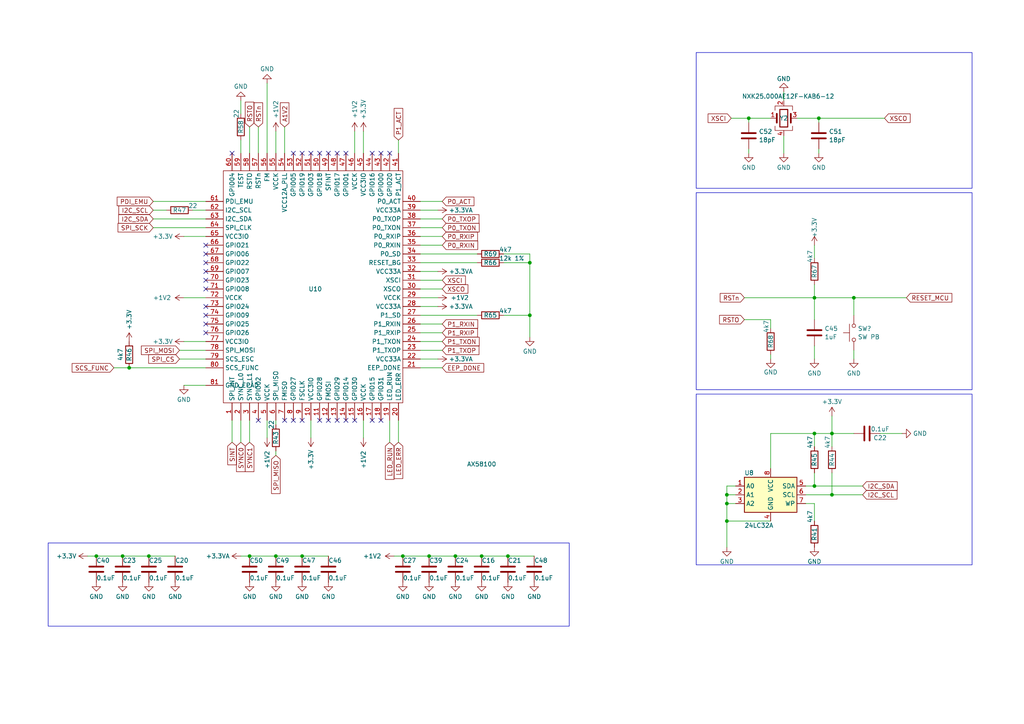
<source format=kicad_sch>
(kicad_sch (version 20230121) (generator eeschema)

  (uuid d01ee7a8-badb-421f-a195-8ebab99570c6)

  (paper "A4")

  (title_block
    (title "MetalMusings EaserCAT 3000")
  )

  (lib_symbols
    (symbol "Device:C" (pin_numbers hide) (pin_names (offset 0.254)) (in_bom yes) (on_board yes)
      (property "Reference" "C" (at 0.635 2.54 0)
        (effects (font (size 1.27 1.27)) (justify left))
      )
      (property "Value" "C" (at 0.635 -2.54 0)
        (effects (font (size 1.27 1.27)) (justify left))
      )
      (property "Footprint" "" (at 0.9652 -3.81 0)
        (effects (font (size 1.27 1.27)) hide)
      )
      (property "Datasheet" "~" (at 0 0 0)
        (effects (font (size 1.27 1.27)) hide)
      )
      (property "ki_keywords" "cap capacitor" (at 0 0 0)
        (effects (font (size 1.27 1.27)) hide)
      )
      (property "ki_description" "Unpolarized capacitor" (at 0 0 0)
        (effects (font (size 1.27 1.27)) hide)
      )
      (property "ki_fp_filters" "C_*" (at 0 0 0)
        (effects (font (size 1.27 1.27)) hide)
      )
      (symbol "C_0_1"
        (polyline
          (pts
            (xy -2.032 -0.762)
            (xy 2.032 -0.762)
          )
          (stroke (width 0.508) (type default))
          (fill (type none))
        )
        (polyline
          (pts
            (xy -2.032 0.762)
            (xy 2.032 0.762)
          )
          (stroke (width 0.508) (type default))
          (fill (type none))
        )
      )
      (symbol "C_1_1"
        (pin passive line (at 0 3.81 270) (length 2.794)
          (name "~" (effects (font (size 1.27 1.27))))
          (number "1" (effects (font (size 1.27 1.27))))
        )
        (pin passive line (at 0 -3.81 90) (length 2.794)
          (name "~" (effects (font (size 1.27 1.27))))
          (number "2" (effects (font (size 1.27 1.27))))
        )
      )
    )
    (symbol "Device:Crystal_GND24" (pin_names (offset 1.016) hide) (in_bom yes) (on_board yes)
      (property "Reference" "Y" (at 3.175 5.08 0)
        (effects (font (size 1.27 1.27)) (justify left))
      )
      (property "Value" "Crystal_GND24" (at 3.175 3.175 0)
        (effects (font (size 1.27 1.27)) (justify left))
      )
      (property "Footprint" "" (at 0 0 0)
        (effects (font (size 1.27 1.27)) hide)
      )
      (property "Datasheet" "~" (at 0 0 0)
        (effects (font (size 1.27 1.27)) hide)
      )
      (property "ki_keywords" "quartz ceramic resonator oscillator" (at 0 0 0)
        (effects (font (size 1.27 1.27)) hide)
      )
      (property "ki_description" "Four pin crystal, GND on pins 2 and 4" (at 0 0 0)
        (effects (font (size 1.27 1.27)) hide)
      )
      (property "ki_fp_filters" "Crystal*" (at 0 0 0)
        (effects (font (size 1.27 1.27)) hide)
      )
      (symbol "Crystal_GND24_0_1"
        (rectangle (start -1.143 2.54) (end 1.143 -2.54)
          (stroke (width 0.3048) (type default))
          (fill (type none))
        )
        (polyline
          (pts
            (xy -2.54 0)
            (xy -2.032 0)
          )
          (stroke (width 0) (type default))
          (fill (type none))
        )
        (polyline
          (pts
            (xy -2.032 -1.27)
            (xy -2.032 1.27)
          )
          (stroke (width 0.508) (type default))
          (fill (type none))
        )
        (polyline
          (pts
            (xy 0 -3.81)
            (xy 0 -3.556)
          )
          (stroke (width 0) (type default))
          (fill (type none))
        )
        (polyline
          (pts
            (xy 0 3.556)
            (xy 0 3.81)
          )
          (stroke (width 0) (type default))
          (fill (type none))
        )
        (polyline
          (pts
            (xy 2.032 -1.27)
            (xy 2.032 1.27)
          )
          (stroke (width 0.508) (type default))
          (fill (type none))
        )
        (polyline
          (pts
            (xy 2.032 0)
            (xy 2.54 0)
          )
          (stroke (width 0) (type default))
          (fill (type none))
        )
        (polyline
          (pts
            (xy -2.54 -2.286)
            (xy -2.54 -3.556)
            (xy 2.54 -3.556)
            (xy 2.54 -2.286)
          )
          (stroke (width 0) (type default))
          (fill (type none))
        )
        (polyline
          (pts
            (xy -2.54 2.286)
            (xy -2.54 3.556)
            (xy 2.54 3.556)
            (xy 2.54 2.286)
          )
          (stroke (width 0) (type default))
          (fill (type none))
        )
      )
      (symbol "Crystal_GND24_1_1"
        (pin passive line (at -3.81 0 0) (length 1.27)
          (name "1" (effects (font (size 1.27 1.27))))
          (number "1" (effects (font (size 1.27 1.27))))
        )
        (pin passive line (at 0 5.08 270) (length 1.27)
          (name "2" (effects (font (size 1.27 1.27))))
          (number "2" (effects (font (size 1.27 1.27))))
        )
        (pin passive line (at 3.81 0 180) (length 1.27)
          (name "3" (effects (font (size 1.27 1.27))))
          (number "3" (effects (font (size 1.27 1.27))))
        )
        (pin passive line (at 0 -5.08 90) (length 1.27)
          (name "4" (effects (font (size 1.27 1.27))))
          (number "4" (effects (font (size 1.27 1.27))))
        )
      )
    )
    (symbol "Device:R" (pin_numbers hide) (pin_names (offset 0)) (in_bom yes) (on_board yes)
      (property "Reference" "R" (at 2.032 0 90)
        (effects (font (size 1.27 1.27)))
      )
      (property "Value" "R" (at 0 0 90)
        (effects (font (size 1.27 1.27)))
      )
      (property "Footprint" "" (at -1.778 0 90)
        (effects (font (size 1.27 1.27)) hide)
      )
      (property "Datasheet" "~" (at 0 0 0)
        (effects (font (size 1.27 1.27)) hide)
      )
      (property "ki_keywords" "R res resistor" (at 0 0 0)
        (effects (font (size 1.27 1.27)) hide)
      )
      (property "ki_description" "Resistor" (at 0 0 0)
        (effects (font (size 1.27 1.27)) hide)
      )
      (property "ki_fp_filters" "R_*" (at 0 0 0)
        (effects (font (size 1.27 1.27)) hide)
      )
      (symbol "R_0_1"
        (rectangle (start -1.016 -2.54) (end 1.016 2.54)
          (stroke (width 0.254) (type default))
          (fill (type none))
        )
      )
      (symbol "R_1_1"
        (pin passive line (at 0 3.81 270) (length 1.27)
          (name "~" (effects (font (size 1.27 1.27))))
          (number "1" (effects (font (size 1.27 1.27))))
        )
        (pin passive line (at 0 -3.81 90) (length 1.27)
          (name "~" (effects (font (size 1.27 1.27))))
          (number "2" (effects (font (size 1.27 1.27))))
        )
      )
    )
    (symbol "HakansLibrary:AX58100" (in_bom yes) (on_board yes)
      (property "Reference" "U" (at 0 0 0)
        (effects (font (size 1.27 1.27)))
      )
      (property "Value" "" (at 0 0 0)
        (effects (font (size 1.27 1.27)))
      )
      (property "Footprint" "" (at 0 0 0)
        (effects (font (size 1.27 1.27)) hide)
      )
      (property "Datasheet" "" (at 0 0 0)
        (effects (font (size 1.27 1.27)) hide)
      )
      (symbol "AX58100_0_1"
        (rectangle (start -74.93 85.09) (end -22.86 17.78)
          (stroke (width 0) (type default))
          (fill (type none))
        )
      )
      (symbol "AX58100_1_0"
        (pin power_in line (at -80.01 22.86 0) (length 5.08)
          (name "GND_EPAD" (effects (font (size 1.27 1.27))))
          (number "81" (effects (font (size 1.27 1.27))))
        )
      )
      (symbol "AX58100_1_1"
        (pin output line (at -72.39 12.7 90) (length 5.08)
          (name "SPI_INT" (effects (font (size 1.27 1.27))))
          (number "1" (effects (font (size 1.27 1.27))))
        )
        (pin power_in line (at -49.53 12.7 90) (length 5.08)
          (name "VCC3IO" (effects (font (size 1.27 1.27))))
          (number "10" (effects (font (size 1.27 1.27))))
        )
        (pin bidirectional line (at -46.99 12.7 90) (length 5.08)
          (name "GPIO28" (effects (font (size 1.27 1.27))))
          (number "11" (effects (font (size 1.27 1.27))))
        )
        (pin input line (at -44.45 12.7 90) (length 5.08)
          (name "FMOSI" (effects (font (size 1.27 1.27))))
          (number "12" (effects (font (size 1.27 1.27))))
        )
        (pin bidirectional line (at -41.91 12.7 90) (length 5.08)
          (name "GPIO29" (effects (font (size 1.27 1.27))))
          (number "13" (effects (font (size 1.27 1.27))))
        )
        (pin bidirectional line (at -39.37 12.7 90) (length 5.08)
          (name "GPIO14" (effects (font (size 1.27 1.27))))
          (number "14" (effects (font (size 1.27 1.27))))
        )
        (pin bidirectional line (at -36.83 12.7 90) (length 5.08)
          (name "GPIO30" (effects (font (size 1.27 1.27))))
          (number "15" (effects (font (size 1.27 1.27))))
        )
        (pin power_in line (at -34.29 12.7 90) (length 5.08)
          (name "VCCK" (effects (font (size 1.27 1.27))))
          (number "16" (effects (font (size 1.27 1.27))))
        )
        (pin bidirectional line (at -31.75 12.7 90) (length 5.08)
          (name "GPIO15" (effects (font (size 1.27 1.27))))
          (number "17" (effects (font (size 1.27 1.27))))
        )
        (pin bidirectional line (at -29.21 12.7 90) (length 5.08)
          (name "GPIO31" (effects (font (size 1.27 1.27))))
          (number "18" (effects (font (size 1.27 1.27))))
        )
        (pin bidirectional line (at -26.67 12.7 90) (length 5.08)
          (name "LED_RUN" (effects (font (size 1.27 1.27))))
          (number "19" (effects (font (size 1.27 1.27))))
        )
        (pin bidirectional line (at -69.85 12.7 90) (length 5.08)
          (name "SYNC_L0" (effects (font (size 1.27 1.27))))
          (number "2" (effects (font (size 1.27 1.27))))
        )
        (pin bidirectional line (at -24.13 12.7 90) (length 5.08)
          (name "LED_ERR" (effects (font (size 1.27 1.27))))
          (number "20" (effects (font (size 1.27 1.27))))
        )
        (pin output line (at -17.78 27.94 180) (length 5.08)
          (name "EEP_DONE" (effects (font (size 1.27 1.27))))
          (number "21" (effects (font (size 1.27 1.27))))
        )
        (pin power_in line (at -17.78 30.48 180) (length 5.08)
          (name "VCC33A" (effects (font (size 1.27 1.27))))
          (number "22" (effects (font (size 1.27 1.27))))
        )
        (pin bidirectional line (at -17.78 33.02 180) (length 5.08)
          (name "P1_TXOP" (effects (font (size 1.27 1.27))))
          (number "23" (effects (font (size 1.27 1.27))))
        )
        (pin bidirectional line (at -17.78 35.56 180) (length 5.08)
          (name "P1_TXON" (effects (font (size 1.27 1.27))))
          (number "24" (effects (font (size 1.27 1.27))))
        )
        (pin bidirectional line (at -17.78 38.1 180) (length 5.08)
          (name "P1_RXIP" (effects (font (size 1.27 1.27))))
          (number "25" (effects (font (size 1.27 1.27))))
        )
        (pin bidirectional line (at -17.78 40.64 180) (length 5.08)
          (name "P1_RXIN" (effects (font (size 1.27 1.27))))
          (number "26" (effects (font (size 1.27 1.27))))
        )
        (pin bidirectional line (at -17.78 43.18 180) (length 5.08)
          (name "P1_SD" (effects (font (size 1.27 1.27))))
          (number "27" (effects (font (size 1.27 1.27))))
        )
        (pin power_in line (at -17.78 45.72 180) (length 5.08)
          (name "VCC33A" (effects (font (size 1.27 1.27))))
          (number "28" (effects (font (size 1.27 1.27))))
        )
        (pin power_in line (at -17.78 48.26 180) (length 5.08)
          (name "VCCK" (effects (font (size 1.27 1.27))))
          (number "29" (effects (font (size 1.27 1.27))))
        )
        (pin bidirectional line (at -67.31 12.7 90) (length 5.08)
          (name "SYNC_L1" (effects (font (size 1.27 1.27))))
          (number "3" (effects (font (size 1.27 1.27))))
        )
        (pin bidirectional line (at -17.78 50.8 180) (length 5.08)
          (name "XSCO" (effects (font (size 1.27 1.27))))
          (number "30" (effects (font (size 1.27 1.27))))
        )
        (pin input line (at -17.78 53.34 180) (length 5.08)
          (name "XSCI" (effects (font (size 1.27 1.27))))
          (number "31" (effects (font (size 1.27 1.27))))
        )
        (pin power_in line (at -17.78 55.88 180) (length 5.08)
          (name "VCC33A" (effects (font (size 1.27 1.27))))
          (number "32" (effects (font (size 1.27 1.27))))
        )
        (pin output line (at -17.78 58.42 180) (length 5.08)
          (name "RESET_BG" (effects (font (size 1.27 1.27))))
          (number "33" (effects (font (size 1.27 1.27))))
        )
        (pin bidirectional line (at -17.78 60.96 180) (length 5.08)
          (name "P0_SD" (effects (font (size 1.27 1.27))))
          (number "34" (effects (font (size 1.27 1.27))))
        )
        (pin bidirectional line (at -17.78 63.5 180) (length 5.08)
          (name "P0_RXIN" (effects (font (size 1.27 1.27))))
          (number "35" (effects (font (size 1.27 1.27))))
        )
        (pin bidirectional line (at -17.78 66.04 180) (length 5.08)
          (name "P0_RXIP" (effects (font (size 1.27 1.27))))
          (number "36" (effects (font (size 1.27 1.27))))
        )
        (pin bidirectional line (at -17.78 68.58 180) (length 5.08)
          (name "P0_TXON" (effects (font (size 1.27 1.27))))
          (number "37" (effects (font (size 1.27 1.27))))
        )
        (pin bidirectional line (at -17.78 71.12 180) (length 5.08)
          (name "P0_TXOP" (effects (font (size 1.27 1.27))))
          (number "38" (effects (font (size 1.27 1.27))))
        )
        (pin power_in line (at -17.78 73.66 180) (length 5.08)
          (name "VCC33A" (effects (font (size 1.27 1.27))))
          (number "39" (effects (font (size 1.27 1.27))))
        )
        (pin bidirectional line (at -64.77 12.7 90) (length 5.08)
          (name "GPIO02" (effects (font (size 1.27 1.27))))
          (number "4" (effects (font (size 1.27 1.27))))
        )
        (pin bidirectional line (at -17.78 76.2 180) (length 5.08)
          (name "P0_ACT" (effects (font (size 1.27 1.27))))
          (number "40" (effects (font (size 1.27 1.27))))
        )
        (pin input line (at -24.13 90.17 270) (length 5.08)
          (name "P1_ACT" (effects (font (size 1.27 1.27))))
          (number "41" (effects (font (size 1.27 1.27))))
        )
        (pin bidirectional line (at -26.67 90.17 270) (length 5.08)
          (name "GPIO20" (effects (font (size 1.27 1.27))))
          (number "42" (effects (font (size 1.27 1.27))))
        )
        (pin bidirectional line (at -29.21 90.17 270) (length 5.08)
          (name "GPIO00" (effects (font (size 1.27 1.27))))
          (number "43" (effects (font (size 1.27 1.27))))
        )
        (pin bidirectional line (at -31.75 90.17 270) (length 5.08)
          (name "GPIO16" (effects (font (size 1.27 1.27))))
          (number "44" (effects (font (size 1.27 1.27))))
        )
        (pin power_in line (at -34.29 90.17 270) (length 5.08)
          (name "VCC3IO" (effects (font (size 1.27 1.27))))
          (number "45" (effects (font (size 1.27 1.27))))
        )
        (pin power_in line (at -36.83 90.17 270) (length 5.08)
          (name "VCCK" (effects (font (size 1.27 1.27))))
          (number "46" (effects (font (size 1.27 1.27))))
        )
        (pin bidirectional line (at -39.37 90.17 270) (length 5.08)
          (name "GPIO01" (effects (font (size 1.27 1.27))))
          (number "47" (effects (font (size 1.27 1.27))))
        )
        (pin bidirectional line (at -41.91 90.17 270) (length 5.08)
          (name "GPIO17" (effects (font (size 1.27 1.27))))
          (number "48" (effects (font (size 1.27 1.27))))
        )
        (pin output line (at -44.45 90.17 270) (length 5.08)
          (name "SFINT" (effects (font (size 1.27 1.27))))
          (number "49" (effects (font (size 1.27 1.27))))
        )
        (pin power_in line (at -62.23 12.7 90) (length 5.08)
          (name "VCCK" (effects (font (size 1.27 1.27))))
          (number "5" (effects (font (size 1.27 1.27))))
        )
        (pin bidirectional line (at -46.99 90.17 270) (length 5.08)
          (name "GPIO18" (effects (font (size 1.27 1.27))))
          (number "50" (effects (font (size 1.27 1.27))))
        )
        (pin passive line (at -49.53 90.17 270) (length 5.08)
          (name "GPIO03" (effects (font (size 1.27 1.27))))
          (number "51" (effects (font (size 1.27 1.27))))
        )
        (pin bidirectional line (at -52.07 90.17 270) (length 5.08)
          (name "GPIO19" (effects (font (size 1.27 1.27))))
          (number "52" (effects (font (size 1.27 1.27))))
        )
        (pin bidirectional line (at -54.61 90.17 270) (length 5.08)
          (name "GPIO05" (effects (font (size 1.27 1.27))))
          (number "53" (effects (font (size 1.27 1.27))))
        )
        (pin power_in line (at -57.15 90.17 270) (length 5.08)
          (name "VCC12A_PLL" (effects (font (size 1.27 1.27))))
          (number "54" (effects (font (size 1.27 1.27))))
        )
        (pin power_in line (at -59.69 90.17 270) (length 5.08)
          (name "VCCK" (effects (font (size 1.27 1.27))))
          (number "55" (effects (font (size 1.27 1.27))))
        )
        (pin input line (at -62.23 90.17 270) (length 5.08)
          (name "FM" (effects (font (size 1.27 1.27))))
          (number "56" (effects (font (size 1.27 1.27))))
        )
        (pin input line (at -64.77 90.17 270) (length 5.08)
          (name "RSTn" (effects (font (size 1.27 1.27))))
          (number "57" (effects (font (size 1.27 1.27))))
        )
        (pin output line (at -67.31 90.17 270) (length 5.08)
          (name "RSTO" (effects (font (size 1.27 1.27))))
          (number "58" (effects (font (size 1.27 1.27))))
        )
        (pin input line (at -69.85 90.17 270) (length 5.08)
          (name "TEST" (effects (font (size 1.27 1.27))))
          (number "59" (effects (font (size 1.27 1.27))))
        )
        (pin output line (at -59.69 12.7 90) (length 5.08)
          (name "SPI_MISO" (effects (font (size 1.27 1.27))))
          (number "6" (effects (font (size 1.27 1.27))))
        )
        (pin bidirectional line (at -72.39 90.17 270) (length 5.08)
          (name "GPIO04" (effects (font (size 1.27 1.27))))
          (number "60" (effects (font (size 1.27 1.27))))
        )
        (pin input line (at -80.01 76.2 0) (length 5.08)
          (name "PDI_EMU" (effects (font (size 1.27 1.27))))
          (number "61" (effects (font (size 1.27 1.27))))
        )
        (pin output line (at -80.01 73.66 0) (length 5.08)
          (name "I2C_SCL" (effects (font (size 1.27 1.27))))
          (number "62" (effects (font (size 1.27 1.27))))
        )
        (pin bidirectional line (at -80.01 71.12 0) (length 5.08)
          (name "I2C_SDA" (effects (font (size 1.27 1.27))))
          (number "63" (effects (font (size 1.27 1.27))))
        )
        (pin input line (at -80.01 68.58 0) (length 5.08)
          (name "SPI_CLK" (effects (font (size 1.27 1.27))))
          (number "64" (effects (font (size 1.27 1.27))))
        )
        (pin power_in line (at -80.01 66.04 0) (length 5.08)
          (name "VCC3IO" (effects (font (size 1.27 1.27))))
          (number "65" (effects (font (size 1.27 1.27))))
        )
        (pin bidirectional line (at -80.01 63.5 0) (length 5.08)
          (name "GPIO21" (effects (font (size 1.27 1.27))))
          (number "66" (effects (font (size 1.27 1.27))))
        )
        (pin bidirectional line (at -80.01 60.96 0) (length 5.08)
          (name "GPIO06" (effects (font (size 1.27 1.27))))
          (number "67" (effects (font (size 1.27 1.27))))
        )
        (pin bidirectional line (at -80.01 58.42 0) (length 5.08)
          (name "GPIO22" (effects (font (size 1.27 1.27))))
          (number "68" (effects (font (size 1.27 1.27))))
        )
        (pin bidirectional line (at -80.01 55.88 0) (length 5.08)
          (name "GPIO07" (effects (font (size 1.27 1.27))))
          (number "69" (effects (font (size 1.27 1.27))))
        )
        (pin output line (at -57.15 12.7 90) (length 5.08)
          (name "FMISO" (effects (font (size 1.27 1.27))))
          (number "7" (effects (font (size 1.27 1.27))))
        )
        (pin bidirectional line (at -80.01 53.34 0) (length 5.08)
          (name "GPIO23" (effects (font (size 1.27 1.27))))
          (number "70" (effects (font (size 1.27 1.27))))
        )
        (pin bidirectional line (at -80.01 50.8 0) (length 5.08)
          (name "GPIO08" (effects (font (size 1.27 1.27))))
          (number "71" (effects (font (size 1.27 1.27))))
        )
        (pin power_in line (at -80.01 48.26 0) (length 5.08)
          (name "VCCK" (effects (font (size 1.27 1.27))))
          (number "72" (effects (font (size 1.27 1.27))))
        )
        (pin bidirectional line (at -80.01 45.72 0) (length 5.08)
          (name "GPIO24" (effects (font (size 1.27 1.27))))
          (number "73" (effects (font (size 1.27 1.27))))
        )
        (pin bidirectional line (at -80.01 43.18 0) (length 5.08)
          (name "GPIO09" (effects (font (size 1.27 1.27))))
          (number "74" (effects (font (size 1.27 1.27))))
        )
        (pin bidirectional line (at -80.01 40.64 0) (length 5.08)
          (name "GPIO25" (effects (font (size 1.27 1.27))))
          (number "75" (effects (font (size 1.27 1.27))))
        )
        (pin bidirectional line (at -80.01 38.1 0) (length 5.08)
          (name "GPIO26" (effects (font (size 1.27 1.27))))
          (number "76" (effects (font (size 1.27 1.27))))
        )
        (pin power_in line (at -80.01 35.56 0) (length 5.08)
          (name "VCC3IO" (effects (font (size 1.27 1.27))))
          (number "77" (effects (font (size 1.27 1.27))))
        )
        (pin input line (at -80.01 33.02 0) (length 5.08)
          (name "SPI_MOSI" (effects (font (size 1.27 1.27))))
          (number "78" (effects (font (size 1.27 1.27))))
        )
        (pin input line (at -80.01 30.48 0) (length 5.08)
          (name "SCS_ESC" (effects (font (size 1.27 1.27))))
          (number "79" (effects (font (size 1.27 1.27))))
        )
        (pin bidirectional line (at -54.61 12.7 90) (length 5.08)
          (name "GPIO27" (effects (font (size 1.27 1.27))))
          (number "8" (effects (font (size 1.27 1.27))))
        )
        (pin input line (at -80.01 27.94 0) (length 5.08)
          (name "SCS_FUNC" (effects (font (size 1.27 1.27))))
          (number "80" (effects (font (size 1.27 1.27))))
        )
        (pin input line (at -52.07 12.7 90) (length 5.08)
          (name "FSCLK" (effects (font (size 1.27 1.27))))
          (number "9" (effects (font (size 1.27 1.27))))
        )
      )
    )
    (symbol "Memory_EEPROM:AT24CS32-SSHM" (in_bom yes) (on_board yes)
      (property "Reference" "U" (at -7.62 6.35 0)
        (effects (font (size 1.27 1.27)))
      )
      (property "Value" "AT24CS32-SSHM" (at 2.54 -6.35 0)
        (effects (font (size 1.27 1.27)) (justify left))
      )
      (property "Footprint" "Package_SO:SOIC-8_3.9x4.9mm_P1.27mm" (at 0 0 0)
        (effects (font (size 1.27 1.27)) hide)
      )
      (property "Datasheet" "http://ww1.microchip.com/downloads/en/DeviceDoc/Atmel-8869-SEEPROM-AT24CS32-Datasheet.pdf" (at 0 0 0)
        (effects (font (size 1.27 1.27)) hide)
      )
      (property "ki_keywords" "I2C Serial EEPROM Nonvolatile Memory" (at 0 0 0)
        (effects (font (size 1.27 1.27)) hide)
      )
      (property "ki_description" "I2C Serial EEPROM, 32Kb (4096x8) with Unique Serial Number, SO8" (at 0 0 0)
        (effects (font (size 1.27 1.27)) hide)
      )
      (property "ki_fp_filters" "SOIC*3.9x4.9mm*P1.27mm*" (at 0 0 0)
        (effects (font (size 1.27 1.27)) hide)
      )
      (symbol "AT24CS32-SSHM_1_1"
        (rectangle (start -7.62 5.08) (end 7.62 -5.08)
          (stroke (width 0.254) (type default))
          (fill (type background))
        )
        (pin input line (at -10.16 2.54 0) (length 2.54)
          (name "A0" (effects (font (size 1.27 1.27))))
          (number "1" (effects (font (size 1.27 1.27))))
        )
        (pin input line (at -10.16 0 0) (length 2.54)
          (name "A1" (effects (font (size 1.27 1.27))))
          (number "2" (effects (font (size 1.27 1.27))))
        )
        (pin input line (at -10.16 -2.54 0) (length 2.54)
          (name "A2" (effects (font (size 1.27 1.27))))
          (number "3" (effects (font (size 1.27 1.27))))
        )
        (pin power_in line (at 0 -7.62 90) (length 2.54)
          (name "GND" (effects (font (size 1.27 1.27))))
          (number "4" (effects (font (size 1.27 1.27))))
        )
        (pin bidirectional line (at 10.16 2.54 180) (length 2.54)
          (name "SDA" (effects (font (size 1.27 1.27))))
          (number "5" (effects (font (size 1.27 1.27))))
        )
        (pin input line (at 10.16 0 180) (length 2.54)
          (name "SCL" (effects (font (size 1.27 1.27))))
          (number "6" (effects (font (size 1.27 1.27))))
        )
        (pin input line (at 10.16 -2.54 180) (length 2.54)
          (name "WP" (effects (font (size 1.27 1.27))))
          (number "7" (effects (font (size 1.27 1.27))))
        )
        (pin power_in line (at 0 7.62 270) (length 2.54)
          (name "VCC" (effects (font (size 1.27 1.27))))
          (number "8" (effects (font (size 1.27 1.27))))
        )
      )
    )
    (symbol "Switch:SW_Push" (pin_numbers hide) (pin_names (offset 1.016) hide) (in_bom yes) (on_board yes)
      (property "Reference" "SW" (at 1.27 2.54 0)
        (effects (font (size 1.27 1.27)) (justify left))
      )
      (property "Value" "SW_Push" (at 0 -1.524 0)
        (effects (font (size 1.27 1.27)))
      )
      (property "Footprint" "" (at 0 5.08 0)
        (effects (font (size 1.27 1.27)) hide)
      )
      (property "Datasheet" "~" (at 0 5.08 0)
        (effects (font (size 1.27 1.27)) hide)
      )
      (property "ki_keywords" "switch normally-open pushbutton push-button" (at 0 0 0)
        (effects (font (size 1.27 1.27)) hide)
      )
      (property "ki_description" "Push button switch, generic, two pins" (at 0 0 0)
        (effects (font (size 1.27 1.27)) hide)
      )
      (symbol "SW_Push_0_1"
        (circle (center -2.032 0) (radius 0.508)
          (stroke (width 0) (type default))
          (fill (type none))
        )
        (polyline
          (pts
            (xy 0 1.27)
            (xy 0 3.048)
          )
          (stroke (width 0) (type default))
          (fill (type none))
        )
        (polyline
          (pts
            (xy 2.54 1.27)
            (xy -2.54 1.27)
          )
          (stroke (width 0) (type default))
          (fill (type none))
        )
        (circle (center 2.032 0) (radius 0.508)
          (stroke (width 0) (type default))
          (fill (type none))
        )
        (pin passive line (at -5.08 0 0) (length 2.54)
          (name "1" (effects (font (size 1.27 1.27))))
          (number "1" (effects (font (size 1.27 1.27))))
        )
        (pin passive line (at 5.08 0 180) (length 2.54)
          (name "2" (effects (font (size 1.27 1.27))))
          (number "2" (effects (font (size 1.27 1.27))))
        )
      )
    )
    (symbol "power:+1V2" (power) (pin_names (offset 0)) (in_bom yes) (on_board yes)
      (property "Reference" "#PWR" (at 0 -3.81 0)
        (effects (font (size 1.27 1.27)) hide)
      )
      (property "Value" "+1V2" (at 0 3.556 0)
        (effects (font (size 1.27 1.27)))
      )
      (property "Footprint" "" (at 0 0 0)
        (effects (font (size 1.27 1.27)) hide)
      )
      (property "Datasheet" "" (at 0 0 0)
        (effects (font (size 1.27 1.27)) hide)
      )
      (property "ki_keywords" "global power" (at 0 0 0)
        (effects (font (size 1.27 1.27)) hide)
      )
      (property "ki_description" "Power symbol creates a global label with name \"+1V2\"" (at 0 0 0)
        (effects (font (size 1.27 1.27)) hide)
      )
      (symbol "+1V2_0_1"
        (polyline
          (pts
            (xy -0.762 1.27)
            (xy 0 2.54)
          )
          (stroke (width 0) (type default))
          (fill (type none))
        )
        (polyline
          (pts
            (xy 0 0)
            (xy 0 2.54)
          )
          (stroke (width 0) (type default))
          (fill (type none))
        )
        (polyline
          (pts
            (xy 0 2.54)
            (xy 0.762 1.27)
          )
          (stroke (width 0) (type default))
          (fill (type none))
        )
      )
      (symbol "+1V2_1_1"
        (pin power_in line (at 0 0 90) (length 0) hide
          (name "+1V2" (effects (font (size 1.27 1.27))))
          (number "1" (effects (font (size 1.27 1.27))))
        )
      )
    )
    (symbol "power:+3.3V" (power) (pin_names (offset 0)) (in_bom yes) (on_board yes)
      (property "Reference" "#PWR" (at 0 -3.81 0)
        (effects (font (size 1.27 1.27)) hide)
      )
      (property "Value" "+3.3V" (at 0 3.556 0)
        (effects (font (size 1.27 1.27)))
      )
      (property "Footprint" "" (at 0 0 0)
        (effects (font (size 1.27 1.27)) hide)
      )
      (property "Datasheet" "" (at 0 0 0)
        (effects (font (size 1.27 1.27)) hide)
      )
      (property "ki_keywords" "global power" (at 0 0 0)
        (effects (font (size 1.27 1.27)) hide)
      )
      (property "ki_description" "Power symbol creates a global label with name \"+3.3V\"" (at 0 0 0)
        (effects (font (size 1.27 1.27)) hide)
      )
      (symbol "+3.3V_0_1"
        (polyline
          (pts
            (xy -0.762 1.27)
            (xy 0 2.54)
          )
          (stroke (width 0) (type default))
          (fill (type none))
        )
        (polyline
          (pts
            (xy 0 0)
            (xy 0 2.54)
          )
          (stroke (width 0) (type default))
          (fill (type none))
        )
        (polyline
          (pts
            (xy 0 2.54)
            (xy 0.762 1.27)
          )
          (stroke (width 0) (type default))
          (fill (type none))
        )
      )
      (symbol "+3.3V_1_1"
        (pin power_in line (at 0 0 90) (length 0) hide
          (name "+3.3V" (effects (font (size 1.27 1.27))))
          (number "1" (effects (font (size 1.27 1.27))))
        )
      )
    )
    (symbol "power:+3.3VA" (power) (pin_names (offset 0)) (in_bom yes) (on_board yes)
      (property "Reference" "#PWR" (at 0 -3.81 0)
        (effects (font (size 1.27 1.27)) hide)
      )
      (property "Value" "+3.3VA" (at 0 3.556 0)
        (effects (font (size 1.27 1.27)))
      )
      (property "Footprint" "" (at 0 0 0)
        (effects (font (size 1.27 1.27)) hide)
      )
      (property "Datasheet" "" (at 0 0 0)
        (effects (font (size 1.27 1.27)) hide)
      )
      (property "ki_keywords" "global power" (at 0 0 0)
        (effects (font (size 1.27 1.27)) hide)
      )
      (property "ki_description" "Power symbol creates a global label with name \"+3.3VA\"" (at 0 0 0)
        (effects (font (size 1.27 1.27)) hide)
      )
      (symbol "+3.3VA_0_1"
        (polyline
          (pts
            (xy -0.762 1.27)
            (xy 0 2.54)
          )
          (stroke (width 0) (type default))
          (fill (type none))
        )
        (polyline
          (pts
            (xy 0 0)
            (xy 0 2.54)
          )
          (stroke (width 0) (type default))
          (fill (type none))
        )
        (polyline
          (pts
            (xy 0 2.54)
            (xy 0.762 1.27)
          )
          (stroke (width 0) (type default))
          (fill (type none))
        )
      )
      (symbol "+3.3VA_1_1"
        (pin power_in line (at 0 0 90) (length 0) hide
          (name "+3.3VA" (effects (font (size 1.27 1.27))))
          (number "1" (effects (font (size 1.27 1.27))))
        )
      )
    )
    (symbol "power:GND" (power) (pin_names (offset 0)) (in_bom yes) (on_board yes)
      (property "Reference" "#PWR" (at 0 -6.35 0)
        (effects (font (size 1.27 1.27)) hide)
      )
      (property "Value" "GND" (at 0 -3.81 0)
        (effects (font (size 1.27 1.27)))
      )
      (property "Footprint" "" (at 0 0 0)
        (effects (font (size 1.27 1.27)) hide)
      )
      (property "Datasheet" "" (at 0 0 0)
        (effects (font (size 1.27 1.27)) hide)
      )
      (property "ki_keywords" "global power" (at 0 0 0)
        (effects (font (size 1.27 1.27)) hide)
      )
      (property "ki_description" "Power symbol creates a global label with name \"GND\" , ground" (at 0 0 0)
        (effects (font (size 1.27 1.27)) hide)
      )
      (symbol "GND_0_1"
        (polyline
          (pts
            (xy 0 0)
            (xy 0 -1.27)
            (xy 1.27 -1.27)
            (xy 0 -2.54)
            (xy -1.27 -1.27)
            (xy 0 -1.27)
          )
          (stroke (width 0) (type default))
          (fill (type none))
        )
      )
      (symbol "GND_1_1"
        (pin power_in line (at 0 0 270) (length 0) hide
          (name "GND" (effects (font (size 1.27 1.27))))
          (number "1" (effects (font (size 1.27 1.27))))
        )
      )
    )
  )

  (junction (at 236.22 125.73) (diameter 0) (color 0 0 0 0)
    (uuid 0a5235fe-d0f4-420a-9560-6dd1ccdea44f)
  )
  (junction (at 217.17 34.29) (diameter 0) (color 0 0 0 0)
    (uuid 17085ee2-ab44-4709-a5bf-270ceae66d7d)
  )
  (junction (at 124.46 161.29) (diameter 0) (color 0 0 0 0)
    (uuid 1b1ffde0-61b2-4256-8eae-0e92266a923a)
  )
  (junction (at 153.67 76.2) (diameter 0) (color 0 0 0 0)
    (uuid 1d94dd01-6dce-414e-82ad-3ac082fe20b1)
  )
  (junction (at 37.465 106.68) (diameter 0) (color 0 0 0 0)
    (uuid 1f401ea1-91c2-4b1c-8946-0cebb61cc079)
  )
  (junction (at 241.3 125.73) (diameter 0) (color 0 0 0 0)
    (uuid 24742ea1-03d5-4527-95f5-a7eea04d187b)
  )
  (junction (at 236.22 86.36) (diameter 0) (color 0 0 0 0)
    (uuid 2a65f1ec-1805-4e15-b211-525d5c3ea161)
  )
  (junction (at 236.22 140.97) (diameter 0) (color 0 0 0 0)
    (uuid 311f693d-f584-4886-af7a-ac8fa87a5459)
  )
  (junction (at 87.63 161.29) (diameter 0) (color 0 0 0 0)
    (uuid 459cb36e-c919-41a8-9849-d33d3cf3a3ab)
  )
  (junction (at 27.94 161.29) (diameter 0) (color 0 0 0 0)
    (uuid 4e4c8166-269b-4ae6-9196-ef65ad6f40a6)
  )
  (junction (at 139.7 161.29) (diameter 0) (color 0 0 0 0)
    (uuid 518638a7-6bbd-4b1a-9b2a-cce11baa340f)
  )
  (junction (at 116.84 161.29) (diameter 0) (color 0 0 0 0)
    (uuid 5e09a34a-7b17-4a2b-90a4-8bfc1cabaf5f)
  )
  (junction (at 210.82 143.51) (diameter 0) (color 0 0 0 0)
    (uuid 67a18ab4-38eb-4cf0-b629-7d4f44440338)
  )
  (junction (at 72.39 161.29) (diameter 0) (color 0 0 0 0)
    (uuid 73c5d438-4432-4531-ac18-515e2a295d56)
  )
  (junction (at 241.3 143.51) (diameter 0) (color 0 0 0 0)
    (uuid 7aced3ce-c005-4d88-9a12-1925ac4397fa)
  )
  (junction (at 153.67 91.44) (diameter 0) (color 0 0 0 0)
    (uuid 99917e2e-1e40-4f4a-99a8-4c34fbd78fdf)
  )
  (junction (at 147.32 161.29) (diameter 0) (color 0 0 0 0)
    (uuid a231cb60-0cad-446a-9f03-97fe667dfe62)
  )
  (junction (at 247.65 86.36) (diameter 0) (color 0 0 0 0)
    (uuid a615565b-f9c0-4d64-9d25-cfbf8b1b8c17)
  )
  (junction (at 80.01 161.29) (diameter 0) (color 0 0 0 0)
    (uuid ae7957f9-f534-41d0-a753-56caa3c754bf)
  )
  (junction (at 237.49 34.29) (diameter 0) (color 0 0 0 0)
    (uuid c0b2a015-9e09-4b84-a8db-3e0bb525f769)
  )
  (junction (at 35.56 161.29) (diameter 0) (color 0 0 0 0)
    (uuid caba9587-a93b-48be-9f22-46de7040b109)
  )
  (junction (at 132.08 161.29) (diameter 0) (color 0 0 0 0)
    (uuid da4bb6a4-2f3c-483c-89d5-98eab6f4825a)
  )
  (junction (at 43.18 161.29) (diameter 0) (color 0 0 0 0)
    (uuid e9be516d-f9ef-42ce-8a9c-f494160f831d)
  )
  (junction (at 210.82 146.05) (diameter 0) (color 0 0 0 0)
    (uuid eaf169ee-6223-4611-8993-ed3e0b7aaec9)
  )
  (junction (at 210.82 151.13) (diameter 0) (color 0 0 0 0)
    (uuid faab8082-b421-4936-8c29-d2204fb190fc)
  )

  (no_connect (at 85.09 121.92) (uuid 03582372-7a88-4dc8-b70a-ae5c9d9f5b9a))
  (no_connect (at 87.63 121.92) (uuid 04e36fae-2fa9-48ac-a272-64ef16d0e780))
  (no_connect (at 59.69 83.82) (uuid 058de604-e96a-49cf-a6be-6c42925562f3))
  (no_connect (at 59.69 91.44) (uuid 08886f01-e77c-4362-a629-2c438cc27a63))
  (no_connect (at 59.69 81.28) (uuid 18f52e10-e495-4347-acf1-89bfe8639768))
  (no_connect (at 85.09 44.45) (uuid 240f3c27-2110-43f9-a808-ae20464ef694))
  (no_connect (at 67.31 44.45) (uuid 2af2109d-c939-4ead-af49-a424852e6172))
  (no_connect (at 59.69 71.12) (uuid 2f2848fd-d350-4fe2-87cd-fc2cc311b844))
  (no_connect (at 100.33 44.45) (uuid 31944800-0220-4d45-9fc5-8988659e74fe))
  (no_connect (at 59.69 96.52) (uuid 3a0b54b2-bb15-4518-ad60-3e64ff13a2e8))
  (no_connect (at 113.03 44.45) (uuid 4b7cfe5b-f660-4679-9ef1-b97e92bc3c36))
  (no_connect (at 110.49 121.92) (uuid 54385480-26fd-4975-aa62-b22124f5d1b5))
  (no_connect (at 74.93 121.92) (uuid 5bcd07e5-9083-426a-a5d3-af6bf2d9a1d6))
  (no_connect (at 87.63 44.45) (uuid 64a80b79-cebd-4ffe-b46e-e61b58b2183d))
  (no_connect (at 95.25 44.45) (uuid 694a30c6-a7b1-4241-a162-df183afc2497))
  (no_connect (at 100.33 121.92) (uuid 76fc4185-45ad-47ae-a93a-b175c52404bb))
  (no_connect (at 95.25 121.92) (uuid 8812957d-039a-4ea4-af3f-52ce66a981f6))
  (no_connect (at 92.71 121.92) (uuid 8f5462c5-90d8-4d03-b113-1a67d2fbbfb4))
  (no_connect (at 97.79 44.45) (uuid 97fd1361-0026-4642-bcc4-b9d12ff1e962))
  (no_connect (at 59.69 76.2) (uuid 99645fbb-a256-49e6-b054-3d35c51aff78))
  (no_connect (at 82.55 121.92) (uuid 9d90f53c-e89c-413f-9a52-078258e8132a))
  (no_connect (at 107.95 121.92) (uuid a7b86ea2-55cf-4be8-a2c1-f18865c887f8))
  (no_connect (at 59.69 73.66) (uuid af074485-35ea-422a-94b3-bce6a32cfb11))
  (no_connect (at 110.49 44.45) (uuid baf6f094-61dd-49ff-866c-cbe4e6117fb4))
  (no_connect (at 97.79 121.92) (uuid bdf35d6b-f636-4be1-8c42-11a0fa301e43))
  (no_connect (at 107.95 44.45) (uuid bdfa3fbe-e787-4953-9ced-2f259a07d907))
  (no_connect (at 102.87 121.92) (uuid d11dd1ab-6cfc-4e71-b53f-f1d9df4c8669))
  (no_connect (at 59.69 93.98) (uuid d1e03a74-825f-4efb-8a7a-f4ee7ff18474))
  (no_connect (at 59.69 78.74) (uuid e0ca855f-0283-42db-913f-eb2685ade921))
  (no_connect (at 92.71 44.45) (uuid e2dafc7d-664a-49c3-a78a-870e04a8e028))
  (no_connect (at 59.69 88.9) (uuid ebb7839a-eced-476b-97e1-b0db9fb869a5))
  (no_connect (at 90.17 44.45) (uuid fa72b806-ea2f-445f-8bbe-ff5f49fe49af))

  (wire (pts (xy 44.45 58.42) (xy 59.69 58.42))
    (stroke (width 0) (type default))
    (uuid 0661466e-b1cf-459f-9610-fe6f7ab50f2f)
  )
  (wire (pts (xy 87.63 161.29) (xy 95.25 161.29))
    (stroke (width 0) (type default))
    (uuid 080445ef-121f-457a-8eb8-c01d133144f1)
  )
  (wire (pts (xy 127 60.96) (xy 121.92 60.96))
    (stroke (width 0) (type default))
    (uuid 0b164e35-60db-4fd7-9c70-50773f31c89c)
  )
  (wire (pts (xy 121.92 106.68) (xy 128.27 106.68))
    (stroke (width 0) (type default))
    (uuid 0cc2dfd8-1e97-4952-babd-8fbbbafc0d63)
  )
  (wire (pts (xy 127 86.36) (xy 121.92 86.36))
    (stroke (width 0) (type default))
    (uuid 0cd43ee8-7dba-4c49-82e1-26ad23998744)
  )
  (wire (pts (xy 138.43 76.2) (xy 121.92 76.2))
    (stroke (width 0) (type default))
    (uuid 0d22e0f2-b460-4b38-bd52-0fd1b6149a2d)
  )
  (wire (pts (xy 69.85 29.21) (xy 69.85 33.02))
    (stroke (width 0) (type default))
    (uuid 1089a63d-cc51-42a5-9e82-ae833def9b39)
  )
  (wire (pts (xy 247.65 86.36) (xy 262.89 86.36))
    (stroke (width 0) (type default))
    (uuid 11074601-6391-4aa4-bc8b-e295b30652ef)
  )
  (wire (pts (xy 236.22 104.14) (xy 236.22 100.33))
    (stroke (width 0) (type default))
    (uuid 123d2517-3309-4416-8a1a-5c55c648b646)
  )
  (wire (pts (xy 241.3 143.51) (xy 250.19 143.51))
    (stroke (width 0) (type default))
    (uuid 14221c0e-c601-43b2-933b-b5680988fbd1)
  )
  (wire (pts (xy 247.65 125.73) (xy 241.3 125.73))
    (stroke (width 0) (type default))
    (uuid 15082dba-b861-419c-abc6-0572bbd53413)
  )
  (wire (pts (xy 53.34 99.06) (xy 59.69 99.06))
    (stroke (width 0) (type default))
    (uuid 154cb437-9b6b-47b6-b250-7a770c3e34dd)
  )
  (wire (pts (xy 105.41 127) (xy 105.41 121.92))
    (stroke (width 0) (type default))
    (uuid 16b5788e-c8d6-4de2-9384-d078164e9680)
  )
  (wire (pts (xy 44.45 60.96) (xy 48.26 60.96))
    (stroke (width 0) (type default))
    (uuid 17e72e0d-995c-4ab6-b0fc-394979f83014)
  )
  (wire (pts (xy 128.27 71.12) (xy 121.92 71.12))
    (stroke (width 0) (type default))
    (uuid 19571281-1526-44cc-b8dd-fa49c4a096bd)
  )
  (wire (pts (xy 128.27 93.98) (xy 121.92 93.98))
    (stroke (width 0) (type default))
    (uuid 1e589d7e-64a5-4b06-bfee-92a0dd2e9c63)
  )
  (wire (pts (xy 227.33 44.45) (xy 227.33 39.37))
    (stroke (width 0) (type default))
    (uuid 1e6ddb81-465a-439b-8010-9e4a98e2041d)
  )
  (wire (pts (xy 35.56 161.29) (xy 43.18 161.29))
    (stroke (width 0) (type default))
    (uuid 20c17c6d-0798-480f-895f-e37937f2bfd2)
  )
  (wire (pts (xy 261.62 125.73) (xy 255.27 125.73))
    (stroke (width 0) (type default))
    (uuid 24a28ebf-aa7a-413b-b3be-2477173112d1)
  )
  (wire (pts (xy 82.55 36.83) (xy 82.55 44.45))
    (stroke (width 0) (type default))
    (uuid 24b5c9de-f3c8-4eb9-8565-b7c0c05c131d)
  )
  (wire (pts (xy 105.41 38.1) (xy 105.41 44.45))
    (stroke (width 0) (type default))
    (uuid 2ae0d641-7030-456d-81e8-f042184624dd)
  )
  (wire (pts (xy 128.27 96.52) (xy 121.92 96.52))
    (stroke (width 0) (type default))
    (uuid 2cbf219c-0172-4aa5-88a4-0e38cd409c07)
  )
  (wire (pts (xy 25.4 161.29) (xy 27.94 161.29))
    (stroke (width 0) (type default))
    (uuid 2f1d5b89-3fae-4ed8-b9cc-07e1400eaf2a)
  )
  (wire (pts (xy 146.05 76.2) (xy 153.67 76.2))
    (stroke (width 0) (type default))
    (uuid 327af36b-3cb7-4fbf-be27-06dfb04b3976)
  )
  (wire (pts (xy 215.9 92.71) (xy 223.52 92.71))
    (stroke (width 0) (type default))
    (uuid 329bb402-dfdb-48ca-96e4-cd8113da5fed)
  )
  (wire (pts (xy 44.45 66.04) (xy 59.69 66.04))
    (stroke (width 0) (type default))
    (uuid 3ec5c533-9953-4224-b74b-0735dd26a008)
  )
  (wire (pts (xy 128.27 58.42) (xy 121.92 58.42))
    (stroke (width 0) (type default))
    (uuid 414e8104-3211-4d5f-866e-b0e1e1789d18)
  )
  (wire (pts (xy 77.47 127) (xy 77.47 121.92))
    (stroke (width 0) (type default))
    (uuid 43f14400-538e-4026-a845-8346b773579a)
  )
  (wire (pts (xy 237.49 34.29) (xy 237.49 35.56))
    (stroke (width 0) (type default))
    (uuid 4477e5c1-e12b-4293-b6ec-b4d7df2af018)
  )
  (wire (pts (xy 237.49 44.45) (xy 237.49 43.18))
    (stroke (width 0) (type default))
    (uuid 45c4e4fa-60d9-4a1c-abb5-eeb12156540c)
  )
  (wire (pts (xy 241.3 137.16) (xy 241.3 143.51))
    (stroke (width 0) (type default))
    (uuid 47db0b49-0009-4a05-8b96-6b8f84d107d5)
  )
  (wire (pts (xy 52.07 101.6) (xy 59.69 101.6))
    (stroke (width 0) (type default))
    (uuid 4d357d9e-d279-48fb-988a-f7a606aaaceb)
  )
  (wire (pts (xy 132.08 161.29) (xy 139.7 161.29))
    (stroke (width 0) (type default))
    (uuid 4e98d2a8-a25d-4f86-9995-05f800b01b26)
  )
  (wire (pts (xy 233.68 140.97) (xy 236.22 140.97))
    (stroke (width 0) (type default))
    (uuid 4ef66d92-8ec0-41c1-903d-d3a2781ae4cd)
  )
  (wire (pts (xy 233.68 146.05) (xy 236.22 146.05))
    (stroke (width 0) (type default))
    (uuid 51bdfee7-8afe-43ab-b68d-7a1c20360632)
  )
  (wire (pts (xy 223.52 135.89) (xy 223.52 125.73))
    (stroke (width 0) (type default))
    (uuid 52ee2499-832f-425a-a11e-60308f41f599)
  )
  (wire (pts (xy 77.47 24.13) (xy 77.47 44.45))
    (stroke (width 0) (type default))
    (uuid 555dd346-d0fa-4279-bc5e-3fbab2a0dc3c)
  )
  (wire (pts (xy 80.01 132.08) (xy 80.01 130.81))
    (stroke (width 0) (type default))
    (uuid 557e9b52-6ba4-4e6e-8660-14f4635c6ced)
  )
  (wire (pts (xy 236.22 125.73) (xy 241.3 125.73))
    (stroke (width 0) (type default))
    (uuid 5654cc74-dcc4-49d8-a90b-0d8e650eb931)
  )
  (wire (pts (xy 237.49 34.29) (xy 256.54 34.29))
    (stroke (width 0) (type default))
    (uuid 58ef6987-8886-417f-8021-280c0e4617a8)
  )
  (wire (pts (xy 210.82 143.51) (xy 213.36 143.51))
    (stroke (width 0) (type default))
    (uuid 5a41a886-c62e-4370-b1ec-afd12a73797f)
  )
  (wire (pts (xy 115.57 40.64) (xy 115.57 44.45))
    (stroke (width 0) (type default))
    (uuid 5bf2df9c-5c29-4118-891c-c0b8add2d26c)
  )
  (wire (pts (xy 128.27 63.5) (xy 121.92 63.5))
    (stroke (width 0) (type default))
    (uuid 5c7e36bc-a745-4117-9c1e-7014efeb0fb8)
  )
  (wire (pts (xy 90.17 127) (xy 90.17 121.92))
    (stroke (width 0) (type default))
    (uuid 62e380f3-b5ac-4d1b-88fe-edb0c8930f70)
  )
  (wire (pts (xy 43.18 161.29) (xy 50.8 161.29))
    (stroke (width 0) (type default))
    (uuid 630822d5-d4d7-405f-b156-384cf018b1b6)
  )
  (wire (pts (xy 69.85 161.29) (xy 72.39 161.29))
    (stroke (width 0) (type default))
    (uuid 666734b5-2683-4e9d-8f38-c3f425196281)
  )
  (wire (pts (xy 210.82 146.05) (xy 210.82 151.13))
    (stroke (width 0) (type default))
    (uuid 6c8e1949-08e1-4213-aec0-b6644b0bc8fe)
  )
  (wire (pts (xy 127 88.9) (xy 121.92 88.9))
    (stroke (width 0) (type default))
    (uuid 70378b0b-08fc-4118-8052-a3f06b6fd7ee)
  )
  (wire (pts (xy 67.31 128.27) (xy 67.31 121.92))
    (stroke (width 0) (type default))
    (uuid 70c89992-b37d-4a17-8a98-4264d5ccf9c3)
  )
  (wire (pts (xy 146.05 91.44) (xy 153.67 91.44))
    (stroke (width 0) (type default))
    (uuid 70da205d-8cc6-4801-a129-2bd41977645f)
  )
  (wire (pts (xy 102.87 38.1) (xy 102.87 44.45))
    (stroke (width 0) (type default))
    (uuid 7502d1a6-8677-4ac6-8c1b-7a3fb868957b)
  )
  (wire (pts (xy 127 78.74) (xy 121.92 78.74))
    (stroke (width 0) (type default))
    (uuid 7f3cc295-45d7-44f4-aaee-cb193a5fda0d)
  )
  (wire (pts (xy 213.36 140.97) (xy 210.82 140.97))
    (stroke (width 0) (type default))
    (uuid 80a563ad-38a4-4e6d-8e0e-3df18a4641eb)
  )
  (wire (pts (xy 138.43 73.66) (xy 121.92 73.66))
    (stroke (width 0) (type default))
    (uuid 822335b6-32fd-4d98-9f4d-bc0ba988caa0)
  )
  (wire (pts (xy 153.67 73.66) (xy 146.05 73.66))
    (stroke (width 0) (type default))
    (uuid 82287f37-4cea-42c2-9b2d-8688d7fc14b2)
  )
  (wire (pts (xy 236.22 140.97) (xy 250.19 140.97))
    (stroke (width 0) (type default))
    (uuid 82c4be18-ca5c-4d39-b2a9-de61aadafbae)
  )
  (wire (pts (xy 128.27 99.06) (xy 121.92 99.06))
    (stroke (width 0) (type default))
    (uuid 83dce889-ab1d-4e98-9855-aedc4674ef18)
  )
  (wire (pts (xy 236.22 137.16) (xy 236.22 140.97))
    (stroke (width 0) (type default))
    (uuid 8750e0de-7d3a-45cc-8f11-42c06a641489)
  )
  (wire (pts (xy 72.39 128.27) (xy 72.39 121.92))
    (stroke (width 0) (type default))
    (uuid 883885f2-1172-4178-8c2f-90e43248a993)
  )
  (wire (pts (xy 80.01 123.19) (xy 80.01 121.92))
    (stroke (width 0) (type default))
    (uuid 89d4250a-61e1-43db-8b2f-d017819a88d3)
  )
  (wire (pts (xy 127 104.14) (xy 121.92 104.14))
    (stroke (width 0) (type default))
    (uuid 8a9523b5-b290-4212-8001-3bfd58552459)
  )
  (wire (pts (xy 236.22 125.73) (xy 236.22 129.54))
    (stroke (width 0) (type default))
    (uuid 8ea0f4c9-6554-4daa-89f6-2b271914f75c)
  )
  (wire (pts (xy 223.52 125.73) (xy 236.22 125.73))
    (stroke (width 0) (type default))
    (uuid 8fdb77f9-41fe-4305-ac42-1728987adee1)
  )
  (wire (pts (xy 153.67 91.44) (xy 153.67 76.2))
    (stroke (width 0) (type default))
    (uuid 8fe94700-e7a1-4c0f-b09f-0949dad59f36)
  )
  (wire (pts (xy 233.68 143.51) (xy 241.3 143.51))
    (stroke (width 0) (type default))
    (uuid 905773e8-f4c4-4104-8a31-550270b8e04b)
  )
  (wire (pts (xy 223.52 34.29) (xy 217.17 34.29))
    (stroke (width 0) (type default))
    (uuid 909e6f68-5bd0-4a23-badb-8e1e5b766bb9)
  )
  (wire (pts (xy 210.82 140.97) (xy 210.82 143.51))
    (stroke (width 0) (type default))
    (uuid 9210d249-2604-4989-b398-018711f17fcc)
  )
  (wire (pts (xy 53.34 111.76) (xy 59.69 111.76))
    (stroke (width 0) (type default))
    (uuid 92d6e57c-9ec7-4c71-976c-d11a388d279d)
  )
  (wire (pts (xy 44.45 63.5) (xy 59.69 63.5))
    (stroke (width 0) (type default))
    (uuid 931615fa-9881-4a59-abf3-ddbe8f7d089a)
  )
  (wire (pts (xy 153.67 76.2) (xy 153.67 73.66))
    (stroke (width 0) (type default))
    (uuid 944ee2b1-27f5-4323-b3ea-244c51803261)
  )
  (wire (pts (xy 217.17 44.45) (xy 217.17 43.18))
    (stroke (width 0) (type default))
    (uuid 94a2d51f-ca46-4ee7-b4c8-f28f089269fe)
  )
  (wire (pts (xy 128.27 66.04) (xy 121.92 66.04))
    (stroke (width 0) (type default))
    (uuid 9585e42b-254e-4035-872d-73149242942a)
  )
  (wire (pts (xy 52.07 104.14) (xy 59.69 104.14))
    (stroke (width 0) (type default))
    (uuid 980d2c40-5368-442a-bca9-5b05633779dc)
  )
  (wire (pts (xy 80.01 38.1) (xy 80.01 44.45))
    (stroke (width 0) (type default))
    (uuid 9d8fb983-dd80-4393-ad3e-8898bf0d8e1c)
  )
  (wire (pts (xy 236.22 146.05) (xy 236.22 151.13))
    (stroke (width 0) (type default))
    (uuid a1dffe92-cf27-4ea3-91b2-09a3ef9385a2)
  )
  (wire (pts (xy 72.39 36.83) (xy 72.39 44.45))
    (stroke (width 0) (type default))
    (uuid a26b65fc-f12a-4f5a-abd0-a3a5d2a1b18e)
  )
  (wire (pts (xy 116.84 161.29) (xy 124.46 161.29))
    (stroke (width 0) (type default))
    (uuid a832c6cf-2881-4e89-8eb1-7947e736a9d7)
  )
  (wire (pts (xy 53.34 68.58) (xy 59.69 68.58))
    (stroke (width 0) (type default))
    (uuid a8f7bb99-c042-453c-8cff-f6ec56b1cffe)
  )
  (wire (pts (xy 69.85 40.64) (xy 69.85 44.45))
    (stroke (width 0) (type default))
    (uuid a8f7bd69-6ca5-40d2-94f6-95e3f5e577ec)
  )
  (wire (pts (xy 33.02 106.68) (xy 37.465 106.68))
    (stroke (width 0) (type default))
    (uuid ab06e9f6-751e-4e57-8ad8-4e32f30960c6)
  )
  (wire (pts (xy 128.27 81.28) (xy 121.92 81.28))
    (stroke (width 0) (type default))
    (uuid ac3cbfb3-166c-465f-abf3-8aa52050d758)
  )
  (wire (pts (xy 215.9 86.36) (xy 236.22 86.36))
    (stroke (width 0) (type default))
    (uuid ad964cea-4ddf-4991-b5f5-7e07bf92ea26)
  )
  (wire (pts (xy 114.3 161.29) (xy 116.84 161.29))
    (stroke (width 0) (type default))
    (uuid b09c09f7-89fc-4b5a-a496-f4b787defab6)
  )
  (wire (pts (xy 147.32 161.29) (xy 154.94 161.29))
    (stroke (width 0) (type default))
    (uuid b0ef9faf-e748-4c9e-a7ea-9a3678b366c3)
  )
  (wire (pts (xy 27.94 161.29) (xy 35.56 161.29))
    (stroke (width 0) (type default))
    (uuid b45e7df4-4897-4c87-ae87-c9b6be14eb4e)
  )
  (wire (pts (xy 231.14 34.29) (xy 237.49 34.29))
    (stroke (width 0) (type default))
    (uuid b4917ec5-b2b0-43d8-bd16-58847a66d87d)
  )
  (wire (pts (xy 128.27 68.58) (xy 121.92 68.58))
    (stroke (width 0) (type default))
    (uuid bc5fa682-4163-49b8-8f6e-e934bb16b3b5)
  )
  (wire (pts (xy 113.03 128.27) (xy 113.03 121.92))
    (stroke (width 0) (type default))
    (uuid bc9e0b10-af0b-4c3d-ac1d-d925f4391c1b)
  )
  (wire (pts (xy 37.465 106.68) (xy 59.69 106.68))
    (stroke (width 0) (type default))
    (uuid bcc30d1c-f679-4fb9-93ef-8f4572d2ba2f)
  )
  (wire (pts (xy 53.34 86.36) (xy 59.69 86.36))
    (stroke (width 0) (type default))
    (uuid be5e8aa3-0c6a-4679-a6c3-2d7b538935e0)
  )
  (wire (pts (xy 241.3 125.73) (xy 241.3 129.54))
    (stroke (width 0) (type default))
    (uuid bef11ef7-adca-4593-bb52-5e2a6d9a0304)
  )
  (wire (pts (xy 236.22 82.55) (xy 236.22 86.36))
    (stroke (width 0) (type default))
    (uuid c3f0c74c-6157-44f1-a4d2-b1385d41de56)
  )
  (wire (pts (xy 72.39 161.29) (xy 80.01 161.29))
    (stroke (width 0) (type default))
    (uuid c40548e2-7a8c-4825-9059-fdd514a257ae)
  )
  (wire (pts (xy 210.82 151.13) (xy 223.52 151.13))
    (stroke (width 0) (type default))
    (uuid c4cbe0c1-3a69-4f25-acb3-c59edeed8a47)
  )
  (wire (pts (xy 217.17 34.29) (xy 217.17 35.56))
    (stroke (width 0) (type default))
    (uuid c54710e5-c9ba-483d-8935-c34fdbf2dc7a)
  )
  (wire (pts (xy 139.7 161.29) (xy 147.32 161.29))
    (stroke (width 0) (type default))
    (uuid c609eb9b-2239-4034-908e-ef3fea47f7f9)
  )
  (wire (pts (xy 247.65 101.6) (xy 247.65 104.14))
    (stroke (width 0) (type default))
    (uuid c86efdfa-758b-44cb-bd8b-6482766960a9)
  )
  (wire (pts (xy 138.43 91.44) (xy 121.92 91.44))
    (stroke (width 0) (type default))
    (uuid cf101791-cb06-44a8-b230-10944d051e0c)
  )
  (wire (pts (xy 223.52 104.14) (xy 223.52 102.87))
    (stroke (width 0) (type default))
    (uuid d13a93ed-cae3-46b3-882a-3d16bfff27b1)
  )
  (wire (pts (xy 236.22 86.36) (xy 247.65 86.36))
    (stroke (width 0) (type default))
    (uuid d34b6ce0-3f0b-4b44-a2e6-282027849e66)
  )
  (wire (pts (xy 241.3 120.65) (xy 241.3 125.73))
    (stroke (width 0) (type default))
    (uuid d7d556d4-df87-4c19-a505-0f41727a69bf)
  )
  (wire (pts (xy 227.33 26.67) (xy 227.33 29.21))
    (stroke (width 0) (type default))
    (uuid d886bc70-71af-4644-9e12-344721afe250)
  )
  (wire (pts (xy 124.46 161.29) (xy 132.08 161.29))
    (stroke (width 0) (type default))
    (uuid d9526aa0-6597-48e1-8d64-f914ee001604)
  )
  (wire (pts (xy 153.67 97.79) (xy 153.67 91.44))
    (stroke (width 0) (type default))
    (uuid da757dfa-55bf-4b62-bf0a-30232447eff8)
  )
  (wire (pts (xy 210.82 151.13) (xy 210.82 158.75))
    (stroke (width 0) (type default))
    (uuid dafe4925-571a-4e78-aa27-16373bc19238)
  )
  (wire (pts (xy 80.01 161.29) (xy 87.63 161.29))
    (stroke (width 0) (type default))
    (uuid dd39ddd4-a80c-4fbc-a7a0-213d9d3afc2e)
  )
  (wire (pts (xy 210.82 146.05) (xy 213.36 146.05))
    (stroke (width 0) (type default))
    (uuid dd5ec102-2654-4495-b977-5fc554ad2919)
  )
  (wire (pts (xy 69.85 128.27) (xy 69.85 121.92))
    (stroke (width 0) (type default))
    (uuid dd89d946-51b9-4e29-8b36-1af102e86d70)
  )
  (wire (pts (xy 115.57 121.92) (xy 115.57 128.27))
    (stroke (width 0) (type default))
    (uuid e257a56e-b1f6-49fd-a33c-ae38de544e4e)
  )
  (wire (pts (xy 212.09 34.29) (xy 217.17 34.29))
    (stroke (width 0) (type default))
    (uuid e35a610a-1dfb-49e0-9479-4f8e0307700e)
  )
  (wire (pts (xy 236.22 71.12) (xy 236.22 74.93))
    (stroke (width 0) (type default))
    (uuid e7dda36d-354a-4843-a3f5-08643090516d)
  )
  (wire (pts (xy 236.22 92.71) (xy 236.22 86.36))
    (stroke (width 0) (type default))
    (uuid ec50aaf6-aec2-4113-bc44-d9ff71590db8)
  )
  (wire (pts (xy 74.93 36.83) (xy 74.93 44.45))
    (stroke (width 0) (type default))
    (uuid ee486d72-45e7-403b-9180-d51b7ccb63b4)
  )
  (wire (pts (xy 210.82 143.51) (xy 210.82 146.05))
    (stroke (width 0) (type default))
    (uuid f06a9ef4-17de-4bfd-9758-b13a54772420)
  )
  (wire (pts (xy 128.27 101.6) (xy 121.92 101.6))
    (stroke (width 0) (type default))
    (uuid f08b0aca-ab6b-4353-b300-3d577c0bc9ce)
  )
  (wire (pts (xy 55.88 60.96) (xy 59.69 60.96))
    (stroke (width 0) (type default))
    (uuid f242ad87-a2c0-4ba3-bc9d-bceb09b8086a)
  )
  (wire (pts (xy 223.52 92.71) (xy 223.52 95.25))
    (stroke (width 0) (type default))
    (uuid f6b2f369-8f78-4979-a4e9-025d0ab93946)
  )
  (wire (pts (xy 128.27 83.82) (xy 121.92 83.82))
    (stroke (width 0) (type default))
    (uuid fe77f8db-df9f-4c6d-a88d-70f3c64e1815)
  )
  (wire (pts (xy 247.65 86.36) (xy 247.65 91.44))
    (stroke (width 0) (type default))
    (uuid ff35c498-e2a3-4f66-a547-d5464667d3b3)
  )

  (rectangle (start 201.93 114.3) (end 281.94 163.83)
    (stroke (width 0) (type default))
    (fill (type none))
    (uuid 41088d4b-18cf-430f-add9-948d16d7a028)
  )
  (rectangle (start 13.97 157.48) (end 165.1 181.61)
    (stroke (width 0) (type default))
    (fill (type none))
    (uuid 61ccfef7-7fc7-4f64-ba4d-0b574f661a86)
  )
  (rectangle (start 201.93 15.24) (end 281.94 54.61)
    (stroke (width 0) (type default))
    (fill (type none))
    (uuid 7545b342-2b43-4c49-9dc5-894fd858c379)
  )
  (rectangle (start 201.93 55.88) (end 281.94 113.03)
    (stroke (width 0) (type default))
    (fill (type none))
    (uuid ce89a3e0-d70d-42d9-afe5-6d48a34967d2)
  )

  (global_label "P1_RXIN" (shape input) (at 128.27 93.98 0) (fields_autoplaced)
    (effects (font (size 1.27 1.27)) (justify left))
    (uuid 0600f0a5-dcd1-48f0-9d36-118063a4c64c)
    (property "Intersheetrefs" "${INTERSHEET_REFS}" (at 139.1171 93.98 0)
      (effects (font (size 1.27 1.27)) (justify left) hide)
    )
  )
  (global_label "I2C_SDA" (shape input) (at 44.45 63.5 180) (fields_autoplaced)
    (effects (font (size 1.27 1.27)) (justify right))
    (uuid 0d4b7bbd-558d-4164-ad1e-dd0d40fd89d3)
    (property "Intersheetrefs" "${INTERSHEET_REFS}" (at 33.8448 63.5 0)
      (effects (font (size 1.27 1.27)) (justify right) hide)
    )
  )
  (global_label "RSTn" (shape input) (at 74.93 36.83 90) (fields_autoplaced)
    (effects (font (size 1.27 1.27)) (justify left))
    (uuid 110f29f8-1330-4930-8118-3535b9ccdee1)
    (property "Intersheetrefs" "${INTERSHEET_REFS}" (at 74.93 29.2487 90)
      (effects (font (size 1.27 1.27)) (justify left) hide)
    )
  )
  (global_label "P1_RXIP" (shape input) (at 128.27 96.52 0) (fields_autoplaced)
    (effects (font (size 1.27 1.27)) (justify left))
    (uuid 138b0d3a-c8a8-4851-9520-892523c1943e)
    (property "Intersheetrefs" "${INTERSHEET_REFS}" (at 139.0566 96.52 0)
      (effects (font (size 1.27 1.27)) (justify left) hide)
    )
  )
  (global_label "I2C_SCL" (shape input) (at 44.45 60.96 180) (fields_autoplaced)
    (effects (font (size 1.27 1.27)) (justify right))
    (uuid 14f1e3a2-0af5-4635-a580-8eee05ed65b7)
    (property "Intersheetrefs" "${INTERSHEET_REFS}" (at 33.9053 60.96 0)
      (effects (font (size 1.27 1.27)) (justify right) hide)
    )
  )
  (global_label "P1_TXON" (shape input) (at 128.27 99.06 0) (fields_autoplaced)
    (effects (font (size 1.27 1.27)) (justify left))
    (uuid 37da3511-12df-49d8-b491-9d511c590117)
    (property "Intersheetrefs" "${INTERSHEET_REFS}" (at 139.5404 99.06 0)
      (effects (font (size 1.27 1.27)) (justify left) hide)
    )
  )
  (global_label "RESET_MCU" (shape input) (at 262.89 86.36 0) (fields_autoplaced)
    (effects (font (size 1.27 1.27)) (justify left))
    (uuid 3dad8812-e6f6-40b6-841b-80b0148b816c)
    (property "Intersheetrefs" "${INTERSHEET_REFS}" (at 276.6398 86.36 0)
      (effects (font (size 1.27 1.27)) (justify left) hide)
    )
  )
  (global_label "A1V2" (shape input) (at 82.55 36.83 90) (fields_autoplaced)
    (effects (font (size 1.27 1.27)) (justify left))
    (uuid 4f8a23d3-9209-4ed4-954f-fb799a5d4dac)
    (property "Intersheetrefs" "${INTERSHEET_REFS}" (at 82.55 29.2486 90)
      (effects (font (size 1.27 1.27)) (justify left) hide)
    )
  )
  (global_label "RSTO" (shape input) (at 72.39 36.83 90) (fields_autoplaced)
    (effects (font (size 1.27 1.27)) (justify left))
    (uuid 4f9c7b50-8f1a-4b7d-8b52-7e1cffbfc177)
    (property "Intersheetrefs" "${INTERSHEET_REFS}" (at 72.39 29.0672 90)
      (effects (font (size 1.27 1.27)) (justify left) hide)
    )
  )
  (global_label "XSCO" (shape input) (at 128.27 83.82 0) (fields_autoplaced)
    (effects (font (size 1.27 1.27)) (justify left))
    (uuid 52bfe75c-5971-41d6-9615-e58e1b4fd8c8)
    (property "Intersheetrefs" "${INTERSHEET_REFS}" (at 136.2747 83.82 0)
      (effects (font (size 1.27 1.27)) (justify left) hide)
    )
  )
  (global_label "SPI_MOSI" (shape input) (at 52.07 101.6 180) (fields_autoplaced)
    (effects (font (size 1.27 1.27)) (justify right))
    (uuid 5584513c-826f-4b8d-805f-97d18e92e5c9)
    (property "Intersheetrefs" "${INTERSHEET_REFS}" (at 40.4367 101.6 0)
      (effects (font (size 1.27 1.27)) (justify right) hide)
    )
  )
  (global_label "RSTn" (shape input) (at 215.9 86.36 180) (fields_autoplaced)
    (effects (font (size 1.27 1.27)) (justify right))
    (uuid 55894604-2091-4a14-b26b-8ff253b8f79c)
    (property "Intersheetrefs" "${INTERSHEET_REFS}" (at 208.3187 86.36 0)
      (effects (font (size 1.27 1.27)) (justify right) hide)
    )
  )
  (global_label "P0_RXIP" (shape input) (at 128.27 68.58 0) (fields_autoplaced)
    (effects (font (size 1.27 1.27)) (justify left))
    (uuid 769d8bca-75f4-46ce-b249-ef523a780e0d)
    (property "Intersheetrefs" "${INTERSHEET_REFS}" (at 139.0566 68.58 0)
      (effects (font (size 1.27 1.27)) (justify left) hide)
    )
  )
  (global_label "P0_RXIN" (shape input) (at 128.27 71.12 0) (fields_autoplaced)
    (effects (font (size 1.27 1.27)) (justify left))
    (uuid 782b2f7d-fe9c-4211-aa28-d12912f7f49b)
    (property "Intersheetrefs" "${INTERSHEET_REFS}" (at 139.1171 71.12 0)
      (effects (font (size 1.27 1.27)) (justify left) hide)
    )
  )
  (global_label "SCS_FUNC" (shape input) (at 33.02 106.68 180) (fields_autoplaced)
    (effects (font (size 1.27 1.27)) (justify right))
    (uuid 7e0714f5-2bf0-4368-8a15-1f7b363302fe)
    (property "Intersheetrefs" "${INTERSHEET_REFS}" (at 20.3586 106.68 0)
      (effects (font (size 1.27 1.27)) (justify right) hide)
    )
  )
  (global_label "RSTO" (shape input) (at 215.9 92.71 180) (fields_autoplaced)
    (effects (font (size 1.27 1.27)) (justify right))
    (uuid 8869ebf8-1bb0-4a8a-b7d2-b723ddfae51c)
    (property "Intersheetrefs" "${INTERSHEET_REFS}" (at 208.1372 92.71 0)
      (effects (font (size 1.27 1.27)) (justify right) hide)
    )
  )
  (global_label "SPI_CS" (shape input) (at 52.07 104.14 180) (fields_autoplaced)
    (effects (font (size 1.27 1.27)) (justify right))
    (uuid 88863808-4577-46ee-a6dc-85331fa7a41f)
    (property "Intersheetrefs" "${INTERSHEET_REFS}" (at 42.5534 104.14 0)
      (effects (font (size 1.27 1.27)) (justify right) hide)
    )
  )
  (global_label "P0_TXON" (shape input) (at 128.27 66.04 0) (fields_autoplaced)
    (effects (font (size 1.27 1.27)) (justify left))
    (uuid 8d678292-4dff-4b2b-b237-b4f17d6c6e3b)
    (property "Intersheetrefs" "${INTERSHEET_REFS}" (at 139.5404 66.04 0)
      (effects (font (size 1.27 1.27)) (justify left) hide)
    )
  )
  (global_label "XSCO" (shape input) (at 256.54 34.29 0) (fields_autoplaced)
    (effects (font (size 1.27 1.27)) (justify left))
    (uuid 912b9039-38b0-4bfe-ac4e-f1495daf8781)
    (property "Intersheetrefs" "${INTERSHEET_REFS}" (at 264.5447 34.29 0)
      (effects (font (size 1.27 1.27)) (justify left) hide)
    )
  )
  (global_label "SYNC0" (shape input) (at 69.85 128.27 270) (fields_autoplaced)
    (effects (font (size 1.27 1.27)) (justify right))
    (uuid 927f4d71-3f14-424b-8807-16a172d1404d)
    (property "Intersheetrefs" "${INTERSHEET_REFS}" (at 69.85 137.3633 90)
      (effects (font (size 1.27 1.27)) (justify right) hide)
    )
  )
  (global_label "I2C_SCL" (shape input) (at 250.19 143.51 0) (fields_autoplaced)
    (effects (font (size 1.27 1.27)) (justify left))
    (uuid 9696caae-c4f2-49d0-a5e3-46a677b89945)
    (property "Intersheetrefs" "${INTERSHEET_REFS}" (at 260.7347 143.51 0)
      (effects (font (size 1.27 1.27)) (justify left) hide)
    )
  )
  (global_label "I2C_SDA" (shape input) (at 250.19 140.97 0) (fields_autoplaced)
    (effects (font (size 1.27 1.27)) (justify left))
    (uuid 9e916665-7fe2-411a-9898-bcd77cd6d071)
    (property "Intersheetrefs" "${INTERSHEET_REFS}" (at 260.7952 140.97 0)
      (effects (font (size 1.27 1.27)) (justify left) hide)
    )
  )
  (global_label "P0_TXOP" (shape input) (at 128.27 63.5 0) (fields_autoplaced)
    (effects (font (size 1.27 1.27)) (justify left))
    (uuid 9febf08e-f9a3-48f5-b04c-25a2b312349a)
    (property "Intersheetrefs" "${INTERSHEET_REFS}" (at 139.4799 63.5 0)
      (effects (font (size 1.27 1.27)) (justify left) hide)
    )
  )
  (global_label "SPI_SCK" (shape input) (at 44.45 66.04 180) (fields_autoplaced)
    (effects (font (size 1.27 1.27)) (justify right))
    (uuid b1fbec78-5a64-4a30-a484-71c189e8b6ee)
    (property "Intersheetrefs" "${INTERSHEET_REFS}" (at 33.6634 66.04 0)
      (effects (font (size 1.27 1.27)) (justify right) hide)
    )
  )
  (global_label "EEP_DONE" (shape input) (at 128.27 106.68 0) (fields_autoplaced)
    (effects (font (size 1.27 1.27)) (justify left))
    (uuid b2f0a678-a1f5-4b2d-8f68-bfb4e1dfee59)
    (property "Intersheetrefs" "${INTERSHEET_REFS}" (at 140.8708 106.68 0)
      (effects (font (size 1.27 1.27)) (justify left) hide)
    )
  )
  (global_label "XSCI" (shape input) (at 128.27 81.28 0) (fields_autoplaced)
    (effects (font (size 1.27 1.27)) (justify left))
    (uuid d07fc131-ac26-4c57-bcc3-943519062294)
    (property "Intersheetrefs" "${INTERSHEET_REFS}" (at 135.549 81.28 0)
      (effects (font (size 1.27 1.27)) (justify left) hide)
    )
  )
  (global_label "SINT" (shape input) (at 67.31 128.27 270) (fields_autoplaced)
    (effects (font (size 1.27 1.27)) (justify right))
    (uuid d4f345f2-0c6a-43c4-82da-65b5e39efd27)
    (property "Intersheetrefs" "${INTERSHEET_REFS}" (at 67.31 135.3676 90)
      (effects (font (size 1.27 1.27)) (justify right) hide)
    )
  )
  (global_label "PDI_EMU" (shape input) (at 44.45 58.42 180) (fields_autoplaced)
    (effects (font (size 1.27 1.27)) (justify right))
    (uuid d688bee4-0d14-44fb-b87e-0079789a41b1)
    (property "Intersheetrefs" "${INTERSHEET_REFS}" (at 33.4215 58.42 0)
      (effects (font (size 1.27 1.27)) (justify right) hide)
    )
  )
  (global_label "LED_ERR" (shape input) (at 115.57 128.27 270) (fields_autoplaced)
    (effects (font (size 1.27 1.27)) (justify right))
    (uuid dacb2dc7-eb5c-4e38-8101-2ed4972fae90)
    (property "Intersheetrefs" "${INTERSHEET_REFS}" (at 115.57 139.3589 90)
      (effects (font (size 1.27 1.27)) (justify right) hide)
    )
  )
  (global_label "SPI_MISO" (shape input) (at 80.01 132.08 270) (fields_autoplaced)
    (effects (font (size 1.27 1.27)) (justify right))
    (uuid e12b3ad1-0eb4-462d-ad96-e9641d2bf60f)
    (property "Intersheetrefs" "${INTERSHEET_REFS}" (at 80.01 143.7133 90)
      (effects (font (size 1.27 1.27)) (justify right) hide)
    )
  )
  (global_label "LED_RUN" (shape input) (at 113.03 128.27 270) (fields_autoplaced)
    (effects (font (size 1.27 1.27)) (justify right))
    (uuid e44518db-c5b9-4359-b521-80b003f6f215)
    (property "Intersheetrefs" "${INTERSHEET_REFS}" (at 113.03 139.6009 90)
      (effects (font (size 1.27 1.27)) (justify right) hide)
    )
  )
  (global_label "XSCI" (shape input) (at 212.09 34.29 180) (fields_autoplaced)
    (effects (font (size 1.27 1.27)) (justify right))
    (uuid e7693723-2dae-42bc-9fe4-e321383e9b3b)
    (property "Intersheetrefs" "${INTERSHEET_REFS}" (at 204.811 34.29 0)
      (effects (font (size 1.27 1.27)) (justify right) hide)
    )
  )
  (global_label "P1_ACT" (shape input) (at 115.57 40.64 90) (fields_autoplaced)
    (effects (font (size 1.27 1.27)) (justify left))
    (uuid eaf6ed75-b44c-48d8-8e15-cd8e4e62ffb0)
    (property "Intersheetrefs" "${INTERSHEET_REFS}" (at 115.57 30.8815 90)
      (effects (font (size 1.27 1.27)) (justify left) hide)
    )
  )
  (global_label "SYNC1" (shape input) (at 72.39 128.27 270) (fields_autoplaced)
    (effects (font (size 1.27 1.27)) (justify right))
    (uuid f3735340-2a29-4b41-afc3-fcebdba47f07)
    (property "Intersheetrefs" "${INTERSHEET_REFS}" (at 72.39 137.3633 90)
      (effects (font (size 1.27 1.27)) (justify right) hide)
    )
  )
  (global_label "P0_ACT" (shape input) (at 128.27 58.42 0) (fields_autoplaced)
    (effects (font (size 1.27 1.27)) (justify left))
    (uuid f85178a4-2922-47b5-845a-02d65a991658)
    (property "Intersheetrefs" "${INTERSHEET_REFS}" (at 138.0285 58.42 0)
      (effects (font (size 1.27 1.27)) (justify left) hide)
    )
  )
  (global_label "P1_TXOP" (shape input) (at 128.27 101.6 0) (fields_autoplaced)
    (effects (font (size 1.27 1.27)) (justify left))
    (uuid fc180f08-49bd-4863-b239-bf3e02ecf756)
    (property "Intersheetrefs" "${INTERSHEET_REFS}" (at 139.4799 101.6 0)
      (effects (font (size 1.27 1.27)) (justify left) hide)
    )
  )

  (symbol (lib_id "power:+1V2") (at 105.41 127 180) (unit 1)
    (in_bom yes) (on_board yes) (dnp no)
    (uuid 09eab03f-90e9-41aa-a637-828625c768a0)
    (property "Reference" "#PWR026" (at 105.41 123.19 0)
      (effects (font (size 1.27 1.27)) hide)
    )
    (property "Value" "+1V2" (at 105.41 133.35 90)
      (effects (font (size 1.27 1.27)))
    )
    (property "Footprint" "" (at 105.41 127 0)
      (effects (font (size 1.27 1.27)) hide)
    )
    (property "Datasheet" "" (at 105.41 127 0)
      (effects (font (size 1.27 1.27)) hide)
    )
    (pin "1" (uuid fb15a621-267f-4a84-811a-ce0a4f84f2da))
    (instances
      (project "Ax58100-stm32-ethercat"
        (path "/5597aedc-b607-407f-bbfd-31b3b298ecb1/9f485422-734f-43d3-94ea-443cbc453d2e"
          (reference "#PWR026") (unit 1)
        )
      )
    )
  )

  (symbol (lib_id "power:+1V2") (at 77.47 127 180) (unit 1)
    (in_bom yes) (on_board yes) (dnp no)
    (uuid 0c93ebca-c37e-4e5a-b573-1a54fcbde02d)
    (property "Reference" "#PWR017" (at 77.47 123.19 0)
      (effects (font (size 1.27 1.27)) hide)
    )
    (property "Value" "+1V2" (at 77.47 133.35 90)
      (effects (font (size 1.27 1.27)))
    )
    (property "Footprint" "" (at 77.47 127 0)
      (effects (font (size 1.27 1.27)) hide)
    )
    (property "Datasheet" "" (at 77.47 127 0)
      (effects (font (size 1.27 1.27)) hide)
    )
    (pin "1" (uuid 0f59e530-d281-44f0-8b56-6d8b1873bdcf))
    (instances
      (project "Ax58100-stm32-ethercat"
        (path "/5597aedc-b607-407f-bbfd-31b3b298ecb1/9f485422-734f-43d3-94ea-443cbc453d2e"
          (reference "#PWR017") (unit 1)
        )
      )
    )
  )

  (symbol (lib_id "Device:C") (at 87.63 165.1 0) (unit 1)
    (in_bom yes) (on_board yes) (dnp no)
    (uuid 103155a9-e700-4183-b756-a6fc8ca57bcd)
    (property "Reference" "C47" (at 87.63 162.56 0)
      (effects (font (size 1.27 1.27)) (justify left))
    )
    (property "Value" "0.1uF" (at 87.63 167.64 0)
      (effects (font (size 1.27 1.27)) (justify left))
    )
    (property "Footprint" "Capacitor_SMD:C_0805_2012Metric" (at 88.5952 168.91 0)
      (effects (font (size 1.27 1.27)) hide)
    )
    (property "Datasheet" "~" (at 87.63 165.1 0)
      (effects (font (size 1.27 1.27)) hide)
    )
    (pin "1" (uuid 7ad1d6ec-d31e-43cc-96d9-48bf5eecee4f))
    (pin "2" (uuid c250fbab-f5d1-4d40-b772-d14ab332b0c7))
    (instances
      (project "Ax58100-stm32-ethercat"
        (path "/5597aedc-b607-407f-bbfd-31b3b298ecb1/9f485422-734f-43d3-94ea-443cbc453d2e"
          (reference "C47") (unit 1)
        )
      )
    )
  )

  (symbol (lib_id "Device:Crystal_GND24") (at 227.33 34.29 0) (unit 1)
    (in_bom yes) (on_board yes) (dnp no)
    (uuid 115ef340-5699-4045-a27b-e4216819b835)
    (property "Reference" "Y2" (at 227.33 34.29 0)
      (effects (font (size 1.27 1.27)))
    )
    (property "Value" "NXK25.000AE12F-KAB6-12" (at 228.6 27.94 0)
      (effects (font (size 1.27 1.27)))
    )
    (property "Footprint" "Crystal:Crystal_SMD_SeikoEpson_TSX3225-4Pin_3.2x2.5mm" (at 227.33 34.29 0)
      (effects (font (size 1.27 1.27)) hide)
    )
    (property "Datasheet" "~" (at 227.33 34.29 0)
      (effects (font (size 1.27 1.27)) hide)
    )
    (pin "4" (uuid ab873122-a8c1-4128-abe3-87f15bf74e4f))
    (pin "2" (uuid 89713fe0-6ac5-4cc0-96aa-aeeccd7ed9f0))
    (pin "3" (uuid 547ae47d-ecde-4a59-8eff-f931770339d7))
    (pin "1" (uuid 883ea244-d5fa-4e22-95a4-0623dbc2c40c))
    (instances
      (project "Ax58100-stm32-ethercat"
        (path "/5597aedc-b607-407f-bbfd-31b3b298ecb1/9f485422-734f-43d3-94ea-443cbc453d2e"
          (reference "Y2") (unit 1)
        )
      )
    )
  )

  (symbol (lib_id "Device:C") (at 237.49 39.37 0) (unit 1)
    (in_bom yes) (on_board yes) (dnp no) (fields_autoplaced)
    (uuid 11d5ea8f-3a28-42fa-b01d-beb1a86a57de)
    (property "Reference" "C51" (at 240.411 38.1579 0)
      (effects (font (size 1.27 1.27)) (justify left))
    )
    (property "Value" "18pF" (at 240.411 40.5821 0)
      (effects (font (size 1.27 1.27)) (justify left))
    )
    (property "Footprint" "Capacitor_SMD:C_0805_2012Metric" (at 238.4552 43.18 0)
      (effects (font (size 1.27 1.27)) hide)
    )
    (property "Datasheet" "~" (at 237.49 39.37 0)
      (effects (font (size 1.27 1.27)) hide)
    )
    (pin "1" (uuid 3a63d80d-31e2-4a10-8578-1e6dac2941a6))
    (pin "2" (uuid ea1ca053-aa8d-4d15-8946-0ba4e2e46b0f))
    (instances
      (project "Ax58100-stm32-ethercat"
        (path "/5597aedc-b607-407f-bbfd-31b3b298ecb1/9f485422-734f-43d3-94ea-443cbc453d2e"
          (reference "C51") (unit 1)
        )
      )
    )
  )

  (symbol (lib_id "power:GND") (at 154.94 168.91 0) (unit 1)
    (in_bom yes) (on_board yes) (dnp no) (fields_autoplaced)
    (uuid 12dcfeec-a2ce-42fc-a992-543a4343cbc5)
    (property "Reference" "#PWR?" (at 154.94 175.26 0)
      (effects (font (size 1.27 1.27)) hide)
    )
    (property "Value" "GND" (at 154.94 173.0431 0)
      (effects (font (size 1.27 1.27)))
    )
    (property "Footprint" "" (at 154.94 168.91 0)
      (effects (font (size 1.27 1.27)) hide)
    )
    (property "Datasheet" "" (at 154.94 168.91 0)
      (effects (font (size 1.27 1.27)) hide)
    )
    (pin "1" (uuid 841beac6-d388-4f18-a376-adb89f0f6776))
    (instances
      (project "Ax58100-stm32-ethercat"
        (path "/5597aedc-b607-407f-bbfd-31b3b298ecb1/d564400f-40ba-4aca-9c2a-14ec52a8353b"
          (reference "#PWR?") (unit 1)
        )
        (path "/5597aedc-b607-407f-bbfd-31b3b298ecb1/9f485422-734f-43d3-94ea-443cbc453d2e"
          (reference "#PWR029") (unit 1)
        )
      )
    )
  )

  (symbol (lib_id "HakansLibrary:AX58100") (at 139.7 134.62 0) (unit 1)
    (in_bom yes) (on_board yes) (dnp no)
    (uuid 151decbc-1b66-4082-88a8-6da1bb3d9015)
    (property "Reference" "U10" (at 91.44 83.82 0)
      (effects (font (size 1.27 1.27)))
    )
    (property "Value" "AX58100" (at 139.7 134.62 0)
      (effects (font (size 1.27 1.27)))
    )
    (property "Footprint" "HakansLibrary:LQFP-80-1EP_10x10mm_P0.4mm_EP5.3x4.5mm_ThermalVias" (at 139.7 134.62 0)
      (effects (font (size 1.27 1.27)) hide)
    )
    (property "Datasheet" "" (at 139.7 134.62 0)
      (effects (font (size 1.27 1.27)) hide)
    )
    (pin "3" (uuid 740f8c34-3376-4832-a3cf-102e68aa4a6e))
    (pin "27" (uuid 3d211048-10bc-4f76-8016-4376b453c72c))
    (pin "1" (uuid 10919233-1545-4fe6-886d-c1aa79ac27de))
    (pin "21" (uuid 5c3ca9a7-f195-400c-8ace-bd92ecebdbb0))
    (pin "34" (uuid 51695f08-6517-4c32-9820-1ab1d377fa8b))
    (pin "36" (uuid 7c37bf82-d189-48fd-8d55-1706df91ddf4))
    (pin "50" (uuid 8cf4c44e-93da-4f23-8d5d-9d9df5f477ff))
    (pin "49" (uuid ed915109-d42d-4ad1-a85a-1b411b417eed))
    (pin "53" (uuid 89f73715-91e0-495e-9a81-f7ba4c7c80af))
    (pin "54" (uuid b037d0f5-6891-42bf-87d4-6246302ec519))
    (pin "55" (uuid b7f83b39-3f7c-4bdd-ade8-c148778f6594))
    (pin "22" (uuid 8c28ba28-3546-42e2-9959-5bbfc20d7cf3))
    (pin "56" (uuid 47c9eb46-d8a9-4de3-a736-bb42f7221f41))
    (pin "16" (uuid 7f93162a-7aea-4d74-aa47-3c23f6ac13b7))
    (pin "57" (uuid b26b7672-1fb0-44cf-b511-c2a0a13131fc))
    (pin "42" (uuid 2fd43af1-c12b-45be-b25b-a073111245e5))
    (pin "59" (uuid 283fa3ec-f405-4932-ae9e-53138b537f14))
    (pin "60" (uuid 6f1826b5-62b7-4875-a779-0e99bede7671))
    (pin "35" (uuid bac8a4c2-4cfe-4c1b-997a-ea99d3820918))
    (pin "6" (uuid 4f3dde74-6035-4cb3-bbd4-2f3a6b7a4b08))
    (pin "61" (uuid 76fc038a-23cf-4b9a-b228-93439dd48952))
    (pin "15" (uuid 933f7fed-e826-462a-9160-960fc99b40b1))
    (pin "81" (uuid 39f0b9a9-ee9a-4230-a460-5a344845a6c2))
    (pin "52" (uuid 4ab89241-a47b-45be-89a8-808d1fd9189f))
    (pin "58" (uuid 2e07c64f-7ad8-4cc4-9c7d-f71413ba2f4f))
    (pin "62" (uuid 9ca506da-d1fb-4d7a-b65f-8a708ffd0ee7))
    (pin "63" (uuid a40b80b7-af6f-49c3-b3eb-06a7ff0a9661))
    (pin "20" (uuid 20e5e2b5-c604-413a-9e3a-1881e7419ace))
    (pin "41" (uuid 8f135300-145a-45bc-b959-71e1e2dc1a5c))
    (pin "64" (uuid 499e58c2-679b-442a-91ba-43d43e2a6f05))
    (pin "38" (uuid bf6d770e-6e94-4b3c-989b-7023614d929d))
    (pin "65" (uuid 1d5518b0-bd8c-4880-935b-574c49cdedad))
    (pin "12" (uuid c95c4072-726a-4ddc-ad3c-b893940bb6e1))
    (pin "28" (uuid de7e939c-61c8-43da-9945-e6d1d901fa94))
    (pin "29" (uuid e106a263-fa21-4cd7-8a2b-ca99e2ffa1b1))
    (pin "13" (uuid c9aaee58-da7b-42fc-a854-9db9183ea3d9))
    (pin "17" (uuid d94831b8-43d0-44f8-bdf7-80d6f1714686))
    (pin "24" (uuid d0f98c02-a465-4ab3-80b5-2cc57749c99a))
    (pin "11" (uuid fb8e1b24-a923-4386-b632-2217ff2662f4))
    (pin "23" (uuid d1af4541-2db5-449c-949b-12d710ec2fe8))
    (pin "25" (uuid 2b9fddf5-5a55-4534-a966-cfb0921089ca))
    (pin "32" (uuid 31c4adce-b9a2-4a31-a977-05e3aaaaa6dc))
    (pin "37" (uuid 96e62d3c-3dc4-49a9-ace7-a18abd19309e))
    (pin "43" (uuid 6e4c61c7-d5e3-4615-896b-86326f09cfe9))
    (pin "47" (uuid 60ceeff1-c5b3-4864-a154-6c85c754e1ce))
    (pin "2" (uuid adcf06d2-3a5a-42ed-a203-dab4ffc88bc9))
    (pin "48" (uuid e687194b-b173-409d-8a9d-09e0899e11bc))
    (pin "39" (uuid 0f7dadf3-f3bf-4cd8-83c1-bc95047653b3))
    (pin "51" (uuid 5b12a0a6-6426-499d-971c-b56cd0299a6e))
    (pin "19" (uuid eb0a5c75-8747-45b9-adc1-dc3689854540))
    (pin "40" (uuid da17e02a-a0f1-4e5b-8fc0-abbdac3b869c))
    (pin "31" (uuid 45e0163b-715b-432c-b82d-00e40ad19bcd))
    (pin "18" (uuid d9e07d86-24a3-4844-9692-7652d6468596))
    (pin "26" (uuid 2f73962d-a89e-41df-b976-dddc13c76825))
    (pin "33" (uuid 60e898e8-5d55-4171-8249-4e06b097b0a6))
    (pin "14" (uuid 8d521a01-745c-43f3-a4b3-2c732714929f))
    (pin "4" (uuid d8162a90-ee92-47c8-ac68-ab2ce8678849))
    (pin "44" (uuid 2378bff6-94b7-4036-abce-ee50695fbc4b))
    (pin "45" (uuid 92f4319d-6cf2-48e8-b884-fc7d6774f6c9))
    (pin "10" (uuid bc9b3ef7-4e0d-477c-bfe7-89a4193c8519))
    (pin "30" (uuid 13e781c3-3e96-488a-9702-456ed678cf30))
    (pin "46" (uuid 38f0df43-d08b-4307-9864-8fea62c1d8cd))
    (pin "5" (uuid ab283b35-afa0-47e1-9e97-6a5c759e806c))
    (pin "79" (uuid 24de7cbe-030f-4919-90fd-589fe075a828))
    (pin "8" (uuid 90867d91-531d-4814-858f-5f73722f8934))
    (pin "80" (uuid 93513a12-8cc3-4975-bc64-4a1d3978f296))
    (pin "75" (uuid e428c3a9-0518-40e9-9611-008aa99fa8fe))
    (pin "9" (uuid 977c343c-70d9-4e5d-a772-3b790e9d9e7d))
    (pin "66" (uuid 01d1e83b-01c0-418f-913b-640479bd09b6))
    (pin "67" (uuid e98e203c-cdc5-45f5-ad2c-c6c6e930583b))
    (pin "7" (uuid c26f1c67-133f-4b8e-8159-82d510130e90))
    (pin "71" (uuid 9b9f0071-c828-4bdc-87c1-5cde9962ceb3))
    (pin "70" (uuid 85a3f6bb-b259-4848-adee-1fe9de73e26b))
    (pin "72" (uuid 3fa8729c-4d62-4684-83fe-3b9677524847))
    (pin "74" (uuid a90c5ba4-20a6-4cb2-8416-00d444fed080))
    (pin "68" (uuid fc49c7f6-b592-4b60-9139-6ae963f35c59))
    (pin "69" (uuid 9c763cd8-0bf5-49eb-80ff-0ae39fe1de90))
    (pin "76" (uuid 5e76d8e8-e261-4025-910b-f7c0dfab2e3e))
    (pin "77" (uuid 00942835-e5c3-45c6-8f73-df5aa56e74e8))
    (pin "73" (uuid 806ce680-917d-43c0-9441-07ebfb72d3b0))
    (pin "78" (uuid 347c6823-6f1c-4095-a476-7f314d48e804))
    (instances
      (project "Ax58100-stm32-ethercat"
        (path "/5597aedc-b607-407f-bbfd-31b3b298ecb1/9f485422-734f-43d3-94ea-443cbc453d2e"
          (reference "U10") (unit 1)
        )
      )
    )
  )

  (symbol (lib_id "power:GND") (at 236.22 104.14 0) (unit 1)
    (in_bom yes) (on_board yes) (dnp no) (fields_autoplaced)
    (uuid 1745897f-b2e3-4023-8027-16da52c18d41)
    (property "Reference" "#PWR?" (at 236.22 110.49 0)
      (effects (font (size 1.27 1.27)) hide)
    )
    (property "Value" "GND" (at 236.22 108.2731 0)
      (effects (font (size 1.27 1.27)))
    )
    (property "Footprint" "" (at 236.22 104.14 0)
      (effects (font (size 1.27 1.27)) hide)
    )
    (property "Datasheet" "" (at 236.22 104.14 0)
      (effects (font (size 1.27 1.27)) hide)
    )
    (pin "1" (uuid 87929de3-50de-4923-ba4a-68117c7182f5))
    (instances
      (project "Ax58100-stm32-ethercat"
        (path "/5597aedc-b607-407f-bbfd-31b3b298ecb1/d564400f-40ba-4aca-9c2a-14ec52a8353b"
          (reference "#PWR?") (unit 1)
        )
        (path "/5597aedc-b607-407f-bbfd-31b3b298ecb1/9f485422-734f-43d3-94ea-443cbc453d2e"
          (reference "#PWR039") (unit 1)
        )
      )
    )
  )

  (symbol (lib_id "Device:R") (at 37.465 102.87 0) (mirror x) (unit 1)
    (in_bom yes) (on_board yes) (dnp no)
    (uuid 19d42dc4-fd87-4164-bac8-0603985804da)
    (property "Reference" "R46" (at 37.465 102.87 90)
      (effects (font (size 1.27 1.27)))
    )
    (property "Value" "4k7" (at 34.925 102.87 90)
      (effects (font (size 1.27 1.27)))
    )
    (property "Footprint" "Resistor_SMD:R_0603_1608Metric" (at 35.687 102.87 90)
      (effects (font (size 1.27 1.27)) hide)
    )
    (property "Datasheet" "~" (at 37.465 102.87 0)
      (effects (font (size 1.27 1.27)) hide)
    )
    (pin "1" (uuid 421d68b0-205a-407e-a601-90c4e8fac9f1))
    (pin "2" (uuid 3fb62006-6df3-4595-8d3f-4992742be454))
    (instances
      (project "Ax58100-stm32-ethercat"
        (path "/5597aedc-b607-407f-bbfd-31b3b298ecb1/d564400f-40ba-4aca-9c2a-14ec52a8353b"
          (reference "R46") (unit 1)
        )
        (path "/5597aedc-b607-407f-bbfd-31b3b298ecb1/0a376a6c-0f15-42f8-81f6-3a55619be267"
          (reference "R2") (unit 1)
        )
        (path "/5597aedc-b607-407f-bbfd-31b3b298ecb1/9f485422-734f-43d3-94ea-443cbc453d2e"
          (reference "R42") (unit 1)
        )
      )
    )
  )

  (symbol (lib_id "power:GND") (at 147.32 168.91 0) (unit 1)
    (in_bom yes) (on_board yes) (dnp no) (fields_autoplaced)
    (uuid 21e7ff22-3038-45da-a38c-8a0064bd7007)
    (property "Reference" "#PWR?" (at 147.32 175.26 0)
      (effects (font (size 1.27 1.27)) hide)
    )
    (property "Value" "GND" (at 147.32 173.0431 0)
      (effects (font (size 1.27 1.27)))
    )
    (property "Footprint" "" (at 147.32 168.91 0)
      (effects (font (size 1.27 1.27)) hide)
    )
    (property "Datasheet" "" (at 147.32 168.91 0)
      (effects (font (size 1.27 1.27)) hide)
    )
    (pin "1" (uuid 4c1e0cd1-5e7b-4db3-bcff-7da4440d68bd))
    (instances
      (project "Ax58100-stm32-ethercat"
        (path "/5597aedc-b607-407f-bbfd-31b3b298ecb1/d564400f-40ba-4aca-9c2a-14ec52a8353b"
          (reference "#PWR?") (unit 1)
        )
        (path "/5597aedc-b607-407f-bbfd-31b3b298ecb1/9f485422-734f-43d3-94ea-443cbc453d2e"
          (reference "#PWR028") (unit 1)
        )
      )
    )
  )

  (symbol (lib_id "power:+1V2") (at 114.3 161.29 90) (unit 1)
    (in_bom yes) (on_board yes) (dnp no)
    (uuid 25a87032-30c3-4dff-934d-de7d2909d92e)
    (property "Reference" "#PWR019" (at 118.11 161.29 0)
      (effects (font (size 1.27 1.27)) hide)
    )
    (property "Value" "+1V2" (at 107.95 161.29 90)
      (effects (font (size 1.27 1.27)))
    )
    (property "Footprint" "" (at 114.3 161.29 0)
      (effects (font (size 1.27 1.27)) hide)
    )
    (property "Datasheet" "" (at 114.3 161.29 0)
      (effects (font (size 1.27 1.27)) hide)
    )
    (pin "1" (uuid 8f547c0f-886f-4dd0-be6f-d7f92d135e46))
    (instances
      (project "Ax58100-stm32-ethercat"
        (path "/5597aedc-b607-407f-bbfd-31b3b298ecb1/9f485422-734f-43d3-94ea-443cbc453d2e"
          (reference "#PWR019") (unit 1)
        )
      )
    )
  )

  (symbol (lib_id "power:+3.3VA") (at 127 88.9 270) (unit 1)
    (in_bom yes) (on_board yes) (dnp no)
    (uuid 2652a18b-00a1-4a0d-918d-02dcef93532c)
    (property "Reference" "#PWR033" (at 123.19 88.9 0)
      (effects (font (size 1.27 1.27)) hide)
    )
    (property "Value" "+3.3VA" (at 130.175 88.9 90)
      (effects (font (size 1.27 1.27)) (justify left))
    )
    (property "Footprint" "" (at 127 88.9 0)
      (effects (font (size 1.27 1.27)) hide)
    )
    (property "Datasheet" "" (at 127 88.9 0)
      (effects (font (size 1.27 1.27)) hide)
    )
    (pin "1" (uuid 2823a797-c9a1-46e1-a9d3-236cf6ee016c))
    (instances
      (project "Ax58100-stm32-ethercat"
        (path "/5597aedc-b607-407f-bbfd-31b3b298ecb1/9f485422-734f-43d3-94ea-443cbc453d2e"
          (reference "#PWR033") (unit 1)
        )
      )
    )
  )

  (symbol (lib_id "power:+3.3V") (at 25.4 161.29 90) (unit 1)
    (in_bom yes) (on_board yes) (dnp no) (fields_autoplaced)
    (uuid 272a0ab3-6034-41f6-bad9-0dd121db693a)
    (property "Reference" "#PWR01" (at 29.21 161.29 0)
      (effects (font (size 1.27 1.27)) hide)
    )
    (property "Value" "+3.3V" (at 22.225 161.29 90)
      (effects (font (size 1.27 1.27)) (justify left))
    )
    (property "Footprint" "" (at 25.4 161.29 0)
      (effects (font (size 1.27 1.27)) hide)
    )
    (property "Datasheet" "" (at 25.4 161.29 0)
      (effects (font (size 1.27 1.27)) hide)
    )
    (pin "1" (uuid 1c726c76-904e-4b2a-bd13-f0cf038e2273))
    (instances
      (project "Ax58100-stm32-ethercat"
        (path "/5597aedc-b607-407f-bbfd-31b3b298ecb1/9f485422-734f-43d3-94ea-443cbc453d2e"
          (reference "#PWR01") (unit 1)
        )
      )
    )
  )

  (symbol (lib_id "Device:C") (at 132.08 165.1 0) (unit 1)
    (in_bom yes) (on_board yes) (dnp no)
    (uuid 28999b48-7a3f-4a2d-8295-808981bd0f46)
    (property "Reference" "C24" (at 132.08 162.56 0)
      (effects (font (size 1.27 1.27)) (justify left))
    )
    (property "Value" "0.1uF" (at 132.08 167.64 0)
      (effects (font (size 1.27 1.27)) (justify left))
    )
    (property "Footprint" "Capacitor_SMD:C_0805_2012Metric" (at 133.0452 168.91 0)
      (effects (font (size 1.27 1.27)) hide)
    )
    (property "Datasheet" "~" (at 132.08 165.1 0)
      (effects (font (size 1.27 1.27)) hide)
    )
    (pin "1" (uuid 0f6d79d6-c65f-41ac-803d-10bbaeb2552d))
    (pin "2" (uuid d2569f20-b577-4ada-99f9-6d234aba09cc))
    (instances
      (project "Ax58100-stm32-ethercat"
        (path "/5597aedc-b607-407f-bbfd-31b3b298ecb1/9f485422-734f-43d3-94ea-443cbc453d2e"
          (reference "C24") (unit 1)
        )
      )
    )
  )

  (symbol (lib_id "power:GND") (at 50.8 168.91 0) (unit 1)
    (in_bom yes) (on_board yes) (dnp no) (fields_autoplaced)
    (uuid 294c2c2a-6a6f-467e-b829-177b09c0b408)
    (property "Reference" "#PWR?" (at 50.8 175.26 0)
      (effects (font (size 1.27 1.27)) hide)
    )
    (property "Value" "GND" (at 50.8 173.0431 0)
      (effects (font (size 1.27 1.27)))
    )
    (property "Footprint" "" (at 50.8 168.91 0)
      (effects (font (size 1.27 1.27)) hide)
    )
    (property "Datasheet" "" (at 50.8 168.91 0)
      (effects (font (size 1.27 1.27)) hide)
    )
    (pin "1" (uuid 2d7eb0d2-1b0b-4f05-82b0-146ccec21531))
    (instances
      (project "Ax58100-stm32-ethercat"
        (path "/5597aedc-b607-407f-bbfd-31b3b298ecb1/d564400f-40ba-4aca-9c2a-14ec52a8353b"
          (reference "#PWR?") (unit 1)
        )
        (path "/5597aedc-b607-407f-bbfd-31b3b298ecb1/9f485422-734f-43d3-94ea-443cbc453d2e"
          (reference "#PWR05") (unit 1)
        )
      )
    )
  )

  (symbol (lib_id "Device:R") (at 80.01 127 180) (unit 1)
    (in_bom yes) (on_board yes) (dnp no)
    (uuid 32075a8b-69da-4a9b-bc51-4abd88b43499)
    (property "Reference" "R43" (at 80.01 127 90)
      (effects (font (size 1.27 1.27)))
    )
    (property "Value" "22" (at 78.74 124.46 90)
      (effects (font (size 1.27 1.27)) (justify right))
    )
    (property "Footprint" "Resistor_SMD:R_0805_2012Metric" (at 81.788 127 90)
      (effects (font (size 1.27 1.27)) hide)
    )
    (property "Datasheet" "~" (at 80.01 127 0)
      (effects (font (size 1.27 1.27)) hide)
    )
    (pin "1" (uuid ad6923a0-6b7d-489a-a9dd-8f7afd4ae372))
    (pin "2" (uuid 66b077c4-6592-4f14-aebe-098aa0b621a9))
    (instances
      (project "Ax58100-stm32-ethercat"
        (path "/5597aedc-b607-407f-bbfd-31b3b298ecb1/9f485422-734f-43d3-94ea-443cbc453d2e"
          (reference "R43") (unit 1)
        )
      )
    )
  )

  (symbol (lib_id "power:GND") (at 227.33 44.45 0) (unit 1)
    (in_bom yes) (on_board yes) (dnp no) (fields_autoplaced)
    (uuid 37c5ca9a-47d3-41fa-8d68-aa948bc52d69)
    (property "Reference" "#PWR041" (at 227.33 50.8 0)
      (effects (font (size 1.27 1.27)) hide)
    )
    (property "Value" "GND" (at 227.33 48.5831 0)
      (effects (font (size 1.27 1.27)))
    )
    (property "Footprint" "" (at 227.33 44.45 0)
      (effects (font (size 1.27 1.27)) hide)
    )
    (property "Datasheet" "" (at 227.33 44.45 0)
      (effects (font (size 1.27 1.27)) hide)
    )
    (pin "1" (uuid 1feb0024-dcf9-4a52-b90b-523142fa1a38))
    (instances
      (project "Ax58100-stm32-ethercat"
        (path "/5597aedc-b607-407f-bbfd-31b3b298ecb1/9f485422-734f-43d3-94ea-443cbc453d2e"
          (reference "#PWR041") (unit 1)
        )
      )
    )
  )

  (symbol (lib_id "power:GND") (at 43.18 168.91 0) (unit 1)
    (in_bom yes) (on_board yes) (dnp no) (fields_autoplaced)
    (uuid 38989249-e79d-424d-b035-ec92dd98a341)
    (property "Reference" "#PWR?" (at 43.18 175.26 0)
      (effects (font (size 1.27 1.27)) hide)
    )
    (property "Value" "GND" (at 43.18 173.0431 0)
      (effects (font (size 1.27 1.27)))
    )
    (property "Footprint" "" (at 43.18 168.91 0)
      (effects (font (size 1.27 1.27)) hide)
    )
    (property "Datasheet" "" (at 43.18 168.91 0)
      (effects (font (size 1.27 1.27)) hide)
    )
    (pin "1" (uuid b9ad7e18-2207-48f9-b14c-bc7f3b4ebfda))
    (instances
      (project "Ax58100-stm32-ethercat"
        (path "/5597aedc-b607-407f-bbfd-31b3b298ecb1/d564400f-40ba-4aca-9c2a-14ec52a8353b"
          (reference "#PWR?") (unit 1)
        )
        (path "/5597aedc-b607-407f-bbfd-31b3b298ecb1/9f485422-734f-43d3-94ea-443cbc453d2e"
          (reference "#PWR04") (unit 1)
        )
      )
    )
  )

  (symbol (lib_id "power:GND") (at 236.22 158.75 0) (unit 1)
    (in_bom yes) (on_board yes) (dnp no) (fields_autoplaced)
    (uuid 3db75bf6-fef2-4026-9e7a-484981e0721f)
    (property "Reference" "#PWR?" (at 236.22 165.1 0)
      (effects (font (size 1.27 1.27)) hide)
    )
    (property "Value" "GND" (at 236.22 162.8831 0)
      (effects (font (size 1.27 1.27)))
    )
    (property "Footprint" "" (at 236.22 158.75 0)
      (effects (font (size 1.27 1.27)) hide)
    )
    (property "Datasheet" "" (at 236.22 158.75 0)
      (effects (font (size 1.27 1.27)) hide)
    )
    (pin "1" (uuid 51b8e8dc-ebdc-4c46-8273-4e50f1175f36))
    (instances
      (project "Ax58100-stm32-ethercat"
        (path "/5597aedc-b607-407f-bbfd-31b3b298ecb1/d564400f-40ba-4aca-9c2a-14ec52a8353b"
          (reference "#PWR?") (unit 1)
        )
        (path "/5597aedc-b607-407f-bbfd-31b3b298ecb1/9f485422-734f-43d3-94ea-443cbc453d2e"
          (reference "#PWR043") (unit 1)
        )
      )
    )
  )

  (symbol (lib_id "power:GND") (at 153.67 97.79 0) (unit 1)
    (in_bom yes) (on_board yes) (dnp no) (fields_autoplaced)
    (uuid 3ea417ae-37dd-4a66-8958-c1f7bb583f9c)
    (property "Reference" "#PWR035" (at 153.67 104.14 0)
      (effects (font (size 1.27 1.27)) hide)
    )
    (property "Value" "GND" (at 153.67 101.9231 0)
      (effects (font (size 1.27 1.27)))
    )
    (property "Footprint" "" (at 153.67 97.79 0)
      (effects (font (size 1.27 1.27)) hide)
    )
    (property "Datasheet" "" (at 153.67 97.79 0)
      (effects (font (size 1.27 1.27)) hide)
    )
    (pin "1" (uuid 6ce616c0-e184-45b3-beb0-cf49e9083ffa))
    (instances
      (project "Ax58100-stm32-ethercat"
        (path "/5597aedc-b607-407f-bbfd-31b3b298ecb1/9f485422-734f-43d3-94ea-443cbc453d2e"
          (reference "#PWR035") (unit 1)
        )
      )
    )
  )

  (symbol (lib_id "power:+3.3V") (at 53.34 99.06 90) (unit 1)
    (in_bom yes) (on_board yes) (dnp no) (fields_autoplaced)
    (uuid 45130c3c-1f37-46d8-b109-7009621ad42c)
    (property "Reference" "#PWR011" (at 57.15 99.06 0)
      (effects (font (size 1.27 1.27)) hide)
    )
    (property "Value" "+3.3V" (at 50.165 99.06 90)
      (effects (font (size 1.27 1.27)) (justify left))
    )
    (property "Footprint" "" (at 53.34 99.06 0)
      (effects (font (size 1.27 1.27)) hide)
    )
    (property "Datasheet" "" (at 53.34 99.06 0)
      (effects (font (size 1.27 1.27)) hide)
    )
    (pin "1" (uuid 02874ab1-292a-4ad2-9607-cf7c93c7f6b3))
    (instances
      (project "Ax58100-stm32-ethercat"
        (path "/5597aedc-b607-407f-bbfd-31b3b298ecb1/9f485422-734f-43d3-94ea-443cbc453d2e"
          (reference "#PWR011") (unit 1)
        )
      )
    )
  )

  (symbol (lib_id "Device:R") (at 52.07 60.96 90) (unit 1)
    (in_bom yes) (on_board yes) (dnp no)
    (uuid 45a449d5-9134-41f8-aaba-983731aca91e)
    (property "Reference" "R47" (at 52.07 60.96 90)
      (effects (font (size 1.27 1.27)))
    )
    (property "Value" "22" (at 54.61 59.69 90)
      (effects (font (size 1.27 1.27)) (justify right))
    )
    (property "Footprint" "Resistor_SMD:R_0805_2012Metric" (at 52.07 62.738 90)
      (effects (font (size 1.27 1.27)) hide)
    )
    (property "Datasheet" "~" (at 52.07 60.96 0)
      (effects (font (size 1.27 1.27)) hide)
    )
    (pin "1" (uuid 236f6bf4-db44-48d8-a0c5-89925784c26c))
    (pin "2" (uuid f4321da1-878f-42ff-83c8-1c7713080248))
    (instances
      (project "Ax58100-stm32-ethercat"
        (path "/5597aedc-b607-407f-bbfd-31b3b298ecb1/9f485422-734f-43d3-94ea-443cbc453d2e"
          (reference "R47") (unit 1)
        )
      )
    )
  )

  (symbol (lib_id "Device:C") (at 154.94 165.1 0) (unit 1)
    (in_bom yes) (on_board yes) (dnp no)
    (uuid 4693cf1a-5c81-4dfd-8a56-8dd30b07179a)
    (property "Reference" "C48" (at 154.94 162.56 0)
      (effects (font (size 1.27 1.27)) (justify left))
    )
    (property "Value" "0.1uF" (at 154.94 167.64 0)
      (effects (font (size 1.27 1.27)) (justify left))
    )
    (property "Footprint" "Capacitor_SMD:C_0805_2012Metric" (at 155.9052 168.91 0)
      (effects (font (size 1.27 1.27)) hide)
    )
    (property "Datasheet" "~" (at 154.94 165.1 0)
      (effects (font (size 1.27 1.27)) hide)
    )
    (pin "1" (uuid 73ff28b1-0d61-4f91-9a41-d3d568a374c6))
    (pin "2" (uuid 5046e027-03d2-4154-b8ec-12f9b03e6f88))
    (instances
      (project "Ax58100-stm32-ethercat"
        (path "/5597aedc-b607-407f-bbfd-31b3b298ecb1/9f485422-734f-43d3-94ea-443cbc453d2e"
          (reference "C48") (unit 1)
        )
      )
    )
  )

  (symbol (lib_id "power:+3.3VA") (at 127 104.14 270) (unit 1)
    (in_bom yes) (on_board yes) (dnp no) (fields_autoplaced)
    (uuid 46bd225f-be55-4212-acbf-d8bfe7c7b76d)
    (property "Reference" "#PWR034" (at 123.19 104.14 0)
      (effects (font (size 1.27 1.27)) hide)
    )
    (property "Value" "+3.3VA" (at 130.175 104.14 90)
      (effects (font (size 1.27 1.27)) (justify left))
    )
    (property "Footprint" "" (at 127 104.14 0)
      (effects (font (size 1.27 1.27)) hide)
    )
    (property "Datasheet" "" (at 127 104.14 0)
      (effects (font (size 1.27 1.27)) hide)
    )
    (pin "1" (uuid cfce4a97-75ac-448b-9279-1930e411f951))
    (instances
      (project "Ax58100-stm32-ethercat"
        (path "/5597aedc-b607-407f-bbfd-31b3b298ecb1/9f485422-734f-43d3-94ea-443cbc453d2e"
          (reference "#PWR034") (unit 1)
        )
      )
    )
  )

  (symbol (lib_id "power:GND") (at 27.94 168.91 0) (unit 1)
    (in_bom yes) (on_board yes) (dnp no) (fields_autoplaced)
    (uuid 47a66d4a-7428-4e3e-a97b-a2bca216009a)
    (property "Reference" "#PWR?" (at 27.94 175.26 0)
      (effects (font (size 1.27 1.27)) hide)
    )
    (property "Value" "GND" (at 27.94 173.0431 0)
      (effects (font (size 1.27 1.27)))
    )
    (property "Footprint" "" (at 27.94 168.91 0)
      (effects (font (size 1.27 1.27)) hide)
    )
    (property "Datasheet" "" (at 27.94 168.91 0)
      (effects (font (size 1.27 1.27)) hide)
    )
    (pin "1" (uuid 2d0720ff-4bc1-499c-b169-fc9c501b1796))
    (instances
      (project "Ax58100-stm32-ethercat"
        (path "/5597aedc-b607-407f-bbfd-31b3b298ecb1/d564400f-40ba-4aca-9c2a-14ec52a8353b"
          (reference "#PWR?") (unit 1)
        )
        (path "/5597aedc-b607-407f-bbfd-31b3b298ecb1/9f485422-734f-43d3-94ea-443cbc453d2e"
          (reference "#PWR02") (unit 1)
        )
      )
    )
  )

  (symbol (lib_id "power:GND") (at 116.84 168.91 0) (unit 1)
    (in_bom yes) (on_board yes) (dnp no) (fields_autoplaced)
    (uuid 48f53667-b305-44e2-888d-e2497455469c)
    (property "Reference" "#PWR?" (at 116.84 175.26 0)
      (effects (font (size 1.27 1.27)) hide)
    )
    (property "Value" "GND" (at 116.84 173.0431 0)
      (effects (font (size 1.27 1.27)))
    )
    (property "Footprint" "" (at 116.84 168.91 0)
      (effects (font (size 1.27 1.27)) hide)
    )
    (property "Datasheet" "" (at 116.84 168.91 0)
      (effects (font (size 1.27 1.27)) hide)
    )
    (pin "1" (uuid 7caa537c-9eac-47ec-89ff-663295d44a92))
    (instances
      (project "Ax58100-stm32-ethercat"
        (path "/5597aedc-b607-407f-bbfd-31b3b298ecb1/d564400f-40ba-4aca-9c2a-14ec52a8353b"
          (reference "#PWR?") (unit 1)
        )
        (path "/5597aedc-b607-407f-bbfd-31b3b298ecb1/9f485422-734f-43d3-94ea-443cbc453d2e"
          (reference "#PWR020") (unit 1)
        )
      )
    )
  )

  (symbol (lib_id "Device:R") (at 236.22 78.74 180) (unit 1)
    (in_bom yes) (on_board yes) (dnp no)
    (uuid 57d23afb-3e89-43f3-b8ac-d446fddb5c78)
    (property "Reference" "R67" (at 236.22 78.74 90)
      (effects (font (size 1.27 1.27)))
    )
    (property "Value" "4k7" (at 234.95 76.2 90)
      (effects (font (size 1.27 1.27)) (justify right))
    )
    (property "Footprint" "Resistor_SMD:R_0805_2012Metric" (at 237.998 78.74 90)
      (effects (font (size 1.27 1.27)) hide)
    )
    (property "Datasheet" "~" (at 236.22 78.74 0)
      (effects (font (size 1.27 1.27)) hide)
    )
    (pin "1" (uuid b8a6fa5a-6917-4de0-9a2f-55bbe7286131))
    (pin "2" (uuid 879ee302-c855-4a9a-8277-4e7a66bd5c06))
    (instances
      (project "Ax58100-stm32-ethercat"
        (path "/5597aedc-b607-407f-bbfd-31b3b298ecb1/9f485422-734f-43d3-94ea-443cbc453d2e"
          (reference "R67") (unit 1)
        )
      )
    )
  )

  (symbol (lib_id "power:+3.3V") (at 236.22 71.12 0) (unit 1)
    (in_bom yes) (on_board yes) (dnp no)
    (uuid 5865749f-898f-47fb-9cf5-a84944986419)
    (property "Reference" "#PWR038" (at 236.22 74.93 0)
      (effects (font (size 1.27 1.27)) hide)
    )
    (property "Value" "+3.3V" (at 236.22 66.04 90)
      (effects (font (size 1.27 1.27)))
    )
    (property "Footprint" "" (at 236.22 71.12 0)
      (effects (font (size 1.27 1.27)) hide)
    )
    (property "Datasheet" "" (at 236.22 71.12 0)
      (effects (font (size 1.27 1.27)) hide)
    )
    (pin "1" (uuid 1700bac3-30e8-43a0-a7fd-bb52097b0266))
    (instances
      (project "Ax58100-stm32-ethercat"
        (path "/5597aedc-b607-407f-bbfd-31b3b298ecb1/9f485422-734f-43d3-94ea-443cbc453d2e"
          (reference "#PWR038") (unit 1)
        )
      )
    )
  )

  (symbol (lib_id "power:+3.3V") (at 37.465 99.06 0) (unit 1)
    (in_bom yes) (on_board yes) (dnp no)
    (uuid 5e12ee82-fcda-4974-89c8-6d39855dd9a7)
    (property "Reference" "#PWR0122" (at 37.465 102.87 0)
      (effects (font (size 1.27 1.27)) hide)
    )
    (property "Value" "+3.3V" (at 37.465 92.71 90)
      (effects (font (size 1.27 1.27)))
    )
    (property "Footprint" "" (at 37.465 99.06 0)
      (effects (font (size 1.27 1.27)) hide)
    )
    (property "Datasheet" "" (at 37.465 99.06 0)
      (effects (font (size 1.27 1.27)) hide)
    )
    (pin "1" (uuid fd5e815d-25e7-463e-abf0-345676136502))
    (instances
      (project "Ax58100-stm32-ethercat"
        (path "/5597aedc-b607-407f-bbfd-31b3b298ecb1/9f485422-734f-43d3-94ea-443cbc453d2e"
          (reference "#PWR0122") (unit 1)
        )
      )
    )
  )

  (symbol (lib_id "power:GND") (at 80.01 168.91 0) (unit 1)
    (in_bom yes) (on_board yes) (dnp no) (fields_autoplaced)
    (uuid 5eab1301-c652-4034-b7ac-a7c7e2e2d177)
    (property "Reference" "#PWR?" (at 80.01 175.26 0)
      (effects (font (size 1.27 1.27)) hide)
    )
    (property "Value" "GND" (at 80.01 173.0431 0)
      (effects (font (size 1.27 1.27)))
    )
    (property "Footprint" "" (at 80.01 168.91 0)
      (effects (font (size 1.27 1.27)) hide)
    )
    (property "Datasheet" "" (at 80.01 168.91 0)
      (effects (font (size 1.27 1.27)) hide)
    )
    (pin "1" (uuid ee37e8a1-f3c9-4f25-b188-fb4a3e7c660c))
    (instances
      (project "Ax58100-stm32-ethercat"
        (path "/5597aedc-b607-407f-bbfd-31b3b298ecb1/d564400f-40ba-4aca-9c2a-14ec52a8353b"
          (reference "#PWR?") (unit 1)
        )
        (path "/5597aedc-b607-407f-bbfd-31b3b298ecb1/9f485422-734f-43d3-94ea-443cbc453d2e"
          (reference "#PWR08") (unit 1)
        )
      )
    )
  )

  (symbol (lib_id "power:+3.3V") (at 241.3 120.65 0) (unit 1)
    (in_bom yes) (on_board yes) (dnp no) (fields_autoplaced)
    (uuid 6045cfb4-0b05-4227-beab-334b97196b27)
    (property "Reference" "#PWR?" (at 241.3 124.46 0)
      (effects (font (size 1.27 1.27)) hide)
    )
    (property "Value" "+3.3V" (at 241.3 116.5169 0)
      (effects (font (size 1.27 1.27)))
    )
    (property "Footprint" "" (at 241.3 120.65 0)
      (effects (font (size 1.27 1.27)) hide)
    )
    (property "Datasheet" "" (at 241.3 120.65 0)
      (effects (font (size 1.27 1.27)) hide)
    )
    (pin "1" (uuid b4a0003a-930d-48ac-868d-7866d567e535))
    (instances
      (project "Ax58100-stm32-ethercat"
        (path "/5597aedc-b607-407f-bbfd-31b3b298ecb1/d564400f-40ba-4aca-9c2a-14ec52a8353b"
          (reference "#PWR?") (unit 1)
        )
        (path "/5597aedc-b607-407f-bbfd-31b3b298ecb1/9f485422-734f-43d3-94ea-443cbc453d2e"
          (reference "#PWR046") (unit 1)
        )
      )
    )
  )

  (symbol (lib_id "Device:R") (at 142.24 73.66 90) (unit 1)
    (in_bom yes) (on_board yes) (dnp no)
    (uuid 64094713-7d76-4b8b-9bf9-b7f64f75c920)
    (property "Reference" "R69" (at 142.24 73.66 90)
      (effects (font (size 1.27 1.27)))
    )
    (property "Value" "4k7" (at 144.78 72.39 90)
      (effects (font (size 1.27 1.27)) (justify right))
    )
    (property "Footprint" "Resistor_SMD:R_0805_2012Metric" (at 142.24 75.438 90)
      (effects (font (size 1.27 1.27)) hide)
    )
    (property "Datasheet" "~" (at 142.24 73.66 0)
      (effects (font (size 1.27 1.27)) hide)
    )
    (pin "1" (uuid 056f5fc4-6608-455a-ba13-f9c9cc02598d))
    (pin "2" (uuid c03a103d-c131-4a70-b34b-00f17e448dd3))
    (instances
      (project "Ax58100-stm32-ethercat"
        (path "/5597aedc-b607-407f-bbfd-31b3b298ecb1/9f485422-734f-43d3-94ea-443cbc453d2e"
          (reference "R69") (unit 1)
        )
      )
    )
  )

  (symbol (lib_id "Device:R") (at 142.24 91.44 90) (unit 1)
    (in_bom yes) (on_board yes) (dnp no)
    (uuid 6624d943-f8e6-4441-982c-3de575b1dc6e)
    (property "Reference" "R65" (at 142.24 91.44 90)
      (effects (font (size 1.27 1.27)))
    )
    (property "Value" "4k7" (at 144.78 90.17 90)
      (effects (font (size 1.27 1.27)) (justify right))
    )
    (property "Footprint" "Resistor_SMD:R_0805_2012Metric" (at 142.24 93.218 90)
      (effects (font (size 1.27 1.27)) hide)
    )
    (property "Datasheet" "~" (at 142.24 91.44 0)
      (effects (font (size 1.27 1.27)) hide)
    )
    (pin "1" (uuid e7d3e20f-a591-4edd-9625-183475b96045))
    (pin "2" (uuid c4a76bdf-7d34-49ef-b043-9611e41040bc))
    (instances
      (project "Ax58100-stm32-ethercat"
        (path "/5597aedc-b607-407f-bbfd-31b3b298ecb1/9f485422-734f-43d3-94ea-443cbc453d2e"
          (reference "R65") (unit 1)
        )
      )
    )
  )

  (symbol (lib_id "Device:C") (at 35.56 165.1 0) (unit 1)
    (in_bom yes) (on_board yes) (dnp no)
    (uuid 67ac6176-2471-48a9-ab9f-52beec89a1b4)
    (property "Reference" "C23" (at 35.56 162.56 0)
      (effects (font (size 1.27 1.27)) (justify left))
    )
    (property "Value" "0.1uF" (at 35.56 167.64 0)
      (effects (font (size 1.27 1.27)) (justify left))
    )
    (property "Footprint" "Capacitor_SMD:C_0805_2012Metric" (at 36.5252 168.91 0)
      (effects (font (size 1.27 1.27)) hide)
    )
    (property "Datasheet" "~" (at 35.56 165.1 0)
      (effects (font (size 1.27 1.27)) hide)
    )
    (pin "1" (uuid 6c5a9bce-9601-4678-8465-2a35f96270cb))
    (pin "2" (uuid 5f2c48e1-b131-47c8-ad69-901da9c5806b))
    (instances
      (project "Ax58100-stm32-ethercat"
        (path "/5597aedc-b607-407f-bbfd-31b3b298ecb1/9f485422-734f-43d3-94ea-443cbc453d2e"
          (reference "C23") (unit 1)
        )
      )
    )
  )

  (symbol (lib_id "Device:R") (at 236.22 133.35 0) (unit 1)
    (in_bom yes) (on_board yes) (dnp no)
    (uuid 687437c4-7aa9-4046-9f4a-5ed469d0a577)
    (property "Reference" "R45" (at 236.22 133.35 90)
      (effects (font (size 1.27 1.27)))
    )
    (property "Value" "4k7" (at 234.95 128.27 90)
      (effects (font (size 1.27 1.27)))
    )
    (property "Footprint" "Resistor_SMD:R_0805_2012Metric" (at 234.442 133.35 90)
      (effects (font (size 1.27 1.27)) hide)
    )
    (property "Datasheet" "~" (at 236.22 133.35 0)
      (effects (font (size 1.27 1.27)) hide)
    )
    (pin "1" (uuid 52539b3d-34d2-4f48-a868-29210a2d7583))
    (pin "2" (uuid 5459e9c9-a6e9-4a70-818d-7ed23b273569))
    (instances
      (project "Ax58100-stm32-ethercat"
        (path "/5597aedc-b607-407f-bbfd-31b3b298ecb1/9f485422-734f-43d3-94ea-443cbc453d2e"
          (reference "R45") (unit 1)
        )
      )
    )
  )

  (symbol (lib_id "Device:R") (at 236.22 154.94 0) (unit 1)
    (in_bom yes) (on_board yes) (dnp no)
    (uuid 69038310-08d8-4fd8-baf2-714dff3fe0fa)
    (property "Reference" "R41" (at 236.22 154.94 90)
      (effects (font (size 1.27 1.27)))
    )
    (property "Value" "4k7" (at 234.95 149.86 90)
      (effects (font (size 1.27 1.27)))
    )
    (property "Footprint" "Resistor_SMD:R_0805_2012Metric" (at 234.442 154.94 90)
      (effects (font (size 1.27 1.27)) hide)
    )
    (property "Datasheet" "~" (at 236.22 154.94 0)
      (effects (font (size 1.27 1.27)) hide)
    )
    (pin "1" (uuid 7957d354-662a-4815-9a9f-7f27734bc1bf))
    (pin "2" (uuid 1d1da38e-302c-4dfe-a6a4-7bd690de3d21))
    (instances
      (project "Ax58100-stm32-ethercat"
        (path "/5597aedc-b607-407f-bbfd-31b3b298ecb1/9f485422-734f-43d3-94ea-443cbc453d2e"
          (reference "R41") (unit 1)
        )
      )
    )
  )

  (symbol (lib_id "power:GND") (at 35.56 168.91 0) (unit 1)
    (in_bom yes) (on_board yes) (dnp no) (fields_autoplaced)
    (uuid 6d1b14c6-2b89-4554-ad73-66e1c746471c)
    (property "Reference" "#PWR?" (at 35.56 175.26 0)
      (effects (font (size 1.27 1.27)) hide)
    )
    (property "Value" "GND" (at 35.56 173.0431 0)
      (effects (font (size 1.27 1.27)))
    )
    (property "Footprint" "" (at 35.56 168.91 0)
      (effects (font (size 1.27 1.27)) hide)
    )
    (property "Datasheet" "" (at 35.56 168.91 0)
      (effects (font (size 1.27 1.27)) hide)
    )
    (pin "1" (uuid 302265fe-248d-4ad5-a89a-70f415aa521c))
    (instances
      (project "Ax58100-stm32-ethercat"
        (path "/5597aedc-b607-407f-bbfd-31b3b298ecb1/d564400f-40ba-4aca-9c2a-14ec52a8353b"
          (reference "#PWR?") (unit 1)
        )
        (path "/5597aedc-b607-407f-bbfd-31b3b298ecb1/9f485422-734f-43d3-94ea-443cbc453d2e"
          (reference "#PWR03") (unit 1)
        )
      )
    )
  )

  (symbol (lib_id "power:GND") (at 223.52 104.14 0) (unit 1)
    (in_bom yes) (on_board yes) (dnp no)
    (uuid 6fbb9f96-fc97-476d-9b07-99a7898ffb3d)
    (property "Reference" "#PWR?" (at 223.52 110.49 0)
      (effects (font (size 1.27 1.27)) hide)
    )
    (property "Value" "GND" (at 223.52 107.95 0)
      (effects (font (size 1.27 1.27)))
    )
    (property "Footprint" "" (at 223.52 104.14 0)
      (effects (font (size 1.27 1.27)) hide)
    )
    (property "Datasheet" "" (at 223.52 104.14 0)
      (effects (font (size 1.27 1.27)) hide)
    )
    (pin "1" (uuid c8e33b02-9732-4d29-8d5e-06cb0a08616c))
    (instances
      (project "Ax58100-stm32-ethercat"
        (path "/5597aedc-b607-407f-bbfd-31b3b298ecb1/d564400f-40ba-4aca-9c2a-14ec52a8353b"
          (reference "#PWR?") (unit 1)
        )
        (path "/5597aedc-b607-407f-bbfd-31b3b298ecb1/9f485422-734f-43d3-94ea-443cbc453d2e"
          (reference "#PWR045") (unit 1)
        )
      )
    )
  )

  (symbol (lib_id "power:GND") (at 247.65 104.14 0) (unit 1)
    (in_bom yes) (on_board yes) (dnp no) (fields_autoplaced)
    (uuid 716ee891-32a5-4090-9894-a47ecf38696b)
    (property "Reference" "#PWR?" (at 247.65 110.49 0)
      (effects (font (size 1.27 1.27)) hide)
    )
    (property "Value" "GND" (at 247.65 108.2731 0)
      (effects (font (size 1.27 1.27)))
    )
    (property "Footprint" "" (at 247.65 104.14 0)
      (effects (font (size 1.27 1.27)) hide)
    )
    (property "Datasheet" "" (at 247.65 104.14 0)
      (effects (font (size 1.27 1.27)) hide)
    )
    (pin "1" (uuid 70784863-5bdf-4ea0-9c78-8600ff66f4cc))
    (instances
      (project "Ax58100-stm32-ethercat"
        (path "/5597aedc-b607-407f-bbfd-31b3b298ecb1/d564400f-40ba-4aca-9c2a-14ec52a8353b"
          (reference "#PWR?") (unit 1)
        )
        (path "/5597aedc-b607-407f-bbfd-31b3b298ecb1/9f485422-734f-43d3-94ea-443cbc453d2e"
          (reference "#PWR042") (unit 1)
        )
      )
    )
  )

  (symbol (lib_id "power:+1V2") (at 80.01 38.1 0) (unit 1)
    (in_bom yes) (on_board yes) (dnp no)
    (uuid 720a9eee-7604-4ccd-a936-8854b7d8b1f7)
    (property "Reference" "#PWR018" (at 80.01 41.91 0)
      (effects (font (size 1.27 1.27)) hide)
    )
    (property "Value" "+1V2" (at 80.01 31.75 90)
      (effects (font (size 1.27 1.27)))
    )
    (property "Footprint" "" (at 80.01 38.1 0)
      (effects (font (size 1.27 1.27)) hide)
    )
    (property "Datasheet" "" (at 80.01 38.1 0)
      (effects (font (size 1.27 1.27)) hide)
    )
    (pin "1" (uuid 6555e525-f37b-4c3b-ad6b-bfa10342a0b6))
    (instances
      (project "Ax58100-stm32-ethercat"
        (path "/5597aedc-b607-407f-bbfd-31b3b298ecb1/9f485422-734f-43d3-94ea-443cbc453d2e"
          (reference "#PWR018") (unit 1)
        )
      )
    )
  )

  (symbol (lib_id "Switch:SW_Push") (at 247.65 96.52 90) (unit 1)
    (in_bom yes) (on_board yes) (dnp no) (fields_autoplaced)
    (uuid 725b4958-87be-4ff8-9269-43ec9c6ff562)
    (property "Reference" "SW?" (at 248.793 95.3079 90)
      (effects (font (size 1.27 1.27)) (justify right))
    )
    (property "Value" "SW PB" (at 248.793 97.7321 90)
      (effects (font (size 1.27 1.27)) (justify right))
    )
    (property "Footprint" "Button_Switch_SMD:SW_Push_1P1T_XKB_TS-1187A" (at 242.57 96.52 0)
      (effects (font (size 1.27 1.27)) hide)
    )
    (property "Datasheet" "~" (at 242.57 96.52 0)
      (effects (font (size 1.27 1.27)) hide)
    )
    (pin "1" (uuid 226f293c-9402-42be-95c1-c4dadace4b8f))
    (pin "2" (uuid 30f8b6d0-b2a3-48b2-a473-03d6e08eee2b))
    (instances
      (project "Ax58100-stm32-ethercat"
        (path "/5597aedc-b607-407f-bbfd-31b3b298ecb1/d564400f-40ba-4aca-9c2a-14ec52a8353b"
          (reference "SW?") (unit 1)
        )
        (path "/5597aedc-b607-407f-bbfd-31b3b298ecb1/9f485422-734f-43d3-94ea-443cbc453d2e"
          (reference "SW1") (unit 1)
        )
      )
    )
  )

  (symbol (lib_id "power:+3.3V") (at 105.41 38.1 0) (unit 1)
    (in_bom yes) (on_board yes) (dnp no)
    (uuid 73987975-c644-413f-854c-ffd0c6c0e274)
    (property "Reference" "#PWR025" (at 105.41 41.91 0)
      (effects (font (size 1.27 1.27)) hide)
    )
    (property "Value" "+3.3V" (at 105.41 31.75 90)
      (effects (font (size 1.27 1.27)))
    )
    (property "Footprint" "" (at 105.41 38.1 0)
      (effects (font (size 1.27 1.27)) hide)
    )
    (property "Datasheet" "" (at 105.41 38.1 0)
      (effects (font (size 1.27 1.27)) hide)
    )
    (pin "1" (uuid d5ee6d64-b22a-4471-8a0d-813fd56d76b0))
    (instances
      (project "Ax58100-stm32-ethercat"
        (path "/5597aedc-b607-407f-bbfd-31b3b298ecb1/9f485422-734f-43d3-94ea-443cbc453d2e"
          (reference "#PWR025") (unit 1)
        )
      )
    )
  )

  (symbol (lib_id "power:GND") (at 124.46 168.91 0) (unit 1)
    (in_bom yes) (on_board yes) (dnp no) (fields_autoplaced)
    (uuid 7645af1a-f51f-4f21-86e0-289d21442130)
    (property "Reference" "#PWR?" (at 124.46 175.26 0)
      (effects (font (size 1.27 1.27)) hide)
    )
    (property "Value" "GND" (at 124.46 173.0431 0)
      (effects (font (size 1.27 1.27)))
    )
    (property "Footprint" "" (at 124.46 168.91 0)
      (effects (font (size 1.27 1.27)) hide)
    )
    (property "Datasheet" "" (at 124.46 168.91 0)
      (effects (font (size 1.27 1.27)) hide)
    )
    (pin "1" (uuid 6c97afc5-a4c3-408b-8faf-512ecc2e9805))
    (instances
      (project "Ax58100-stm32-ethercat"
        (path "/5597aedc-b607-407f-bbfd-31b3b298ecb1/d564400f-40ba-4aca-9c2a-14ec52a8353b"
          (reference "#PWR?") (unit 1)
        )
        (path "/5597aedc-b607-407f-bbfd-31b3b298ecb1/9f485422-734f-43d3-94ea-443cbc453d2e"
          (reference "#PWR022") (unit 1)
        )
      )
    )
  )

  (symbol (lib_id "power:+3.3V") (at 90.17 127 180) (unit 1)
    (in_bom yes) (on_board yes) (dnp no)
    (uuid 79b3cd97-5c52-4a0c-a31f-55cf127c2c4b)
    (property "Reference" "#PWR021" (at 90.17 123.19 0)
      (effects (font (size 1.27 1.27)) hide)
    )
    (property "Value" "+3.3V" (at 90.17 133.35 90)
      (effects (font (size 1.27 1.27)))
    )
    (property "Footprint" "" (at 90.17 127 0)
      (effects (font (size 1.27 1.27)) hide)
    )
    (property "Datasheet" "" (at 90.17 127 0)
      (effects (font (size 1.27 1.27)) hide)
    )
    (pin "1" (uuid 7f88e022-6d00-4e66-961f-c54985fc5404))
    (instances
      (project "Ax58100-stm32-ethercat"
        (path "/5597aedc-b607-407f-bbfd-31b3b298ecb1/9f485422-734f-43d3-94ea-443cbc453d2e"
          (reference "#PWR021") (unit 1)
        )
      )
    )
  )

  (symbol (lib_id "Device:C") (at 147.32 165.1 0) (unit 1)
    (in_bom yes) (on_board yes) (dnp no)
    (uuid 7c830bcb-695d-41b3-8002-7f2c5e88ee96)
    (property "Reference" "C21" (at 147.32 162.56 0)
      (effects (font (size 1.27 1.27)) (justify left))
    )
    (property "Value" "0.1uF" (at 147.32 167.64 0)
      (effects (font (size 1.27 1.27)) (justify left))
    )
    (property "Footprint" "Capacitor_SMD:C_0805_2012Metric" (at 148.2852 168.91 0)
      (effects (font (size 1.27 1.27)) hide)
    )
    (property "Datasheet" "~" (at 147.32 165.1 0)
      (effects (font (size 1.27 1.27)) hide)
    )
    (pin "1" (uuid b591e0df-cdca-4d34-8f4b-356f0d5b2764))
    (pin "2" (uuid 4999f47f-ac2c-4d22-a24e-a2559bed8d6e))
    (instances
      (project "Ax58100-stm32-ethercat"
        (path "/5597aedc-b607-407f-bbfd-31b3b298ecb1/9f485422-734f-43d3-94ea-443cbc453d2e"
          (reference "C21") (unit 1)
        )
      )
    )
  )

  (symbol (lib_id "Device:C") (at 80.01 165.1 0) (unit 1)
    (in_bom yes) (on_board yes) (dnp no)
    (uuid 80b396e6-1879-4eac-b0a4-6cc056dcdbd4)
    (property "Reference" "C49" (at 80.01 162.56 0)
      (effects (font (size 1.27 1.27)) (justify left))
    )
    (property "Value" "0.1uF" (at 80.01 167.64 0)
      (effects (font (size 1.27 1.27)) (justify left))
    )
    (property "Footprint" "Capacitor_SMD:C_0805_2012Metric" (at 80.9752 168.91 0)
      (effects (font (size 1.27 1.27)) hide)
    )
    (property "Datasheet" "~" (at 80.01 165.1 0)
      (effects (font (size 1.27 1.27)) hide)
    )
    (pin "1" (uuid 1b55953a-e6c1-462f-9e95-2f27438678c4))
    (pin "2" (uuid 0c2a244d-0fd3-459b-8ba4-558a9f01535c))
    (instances
      (project "Ax58100-stm32-ethercat"
        (path "/5597aedc-b607-407f-bbfd-31b3b298ecb1/9f485422-734f-43d3-94ea-443cbc453d2e"
          (reference "C49") (unit 1)
        )
      )
    )
  )

  (symbol (lib_id "power:GND") (at 132.08 168.91 0) (unit 1)
    (in_bom yes) (on_board yes) (dnp no) (fields_autoplaced)
    (uuid 80e9c071-9d4c-4183-aebd-d925c8bf7c15)
    (property "Reference" "#PWR?" (at 132.08 175.26 0)
      (effects (font (size 1.27 1.27)) hide)
    )
    (property "Value" "GND" (at 132.08 173.0431 0)
      (effects (font (size 1.27 1.27)))
    )
    (property "Footprint" "" (at 132.08 168.91 0)
      (effects (font (size 1.27 1.27)) hide)
    )
    (property "Datasheet" "" (at 132.08 168.91 0)
      (effects (font (size 1.27 1.27)) hide)
    )
    (pin "1" (uuid ec610547-e6ed-480c-bb24-2203b3773bed))
    (instances
      (project "Ax58100-stm32-ethercat"
        (path "/5597aedc-b607-407f-bbfd-31b3b298ecb1/d564400f-40ba-4aca-9c2a-14ec52a8353b"
          (reference "#PWR?") (unit 1)
        )
        (path "/5597aedc-b607-407f-bbfd-31b3b298ecb1/9f485422-734f-43d3-94ea-443cbc453d2e"
          (reference "#PWR024") (unit 1)
        )
      )
    )
  )

  (symbol (lib_id "Memory_EEPROM:AT24CS32-SSHM") (at 223.52 143.51 0) (unit 1)
    (in_bom yes) (on_board yes) (dnp no)
    (uuid 8408a666-ef40-4b48-8c8c-2ec840ed8567)
    (property "Reference" "U8" (at 215.9 137.16 0)
      (effects (font (size 1.27 1.27)) (justify left))
    )
    (property "Value" "24LC32A" (at 215.9 152.4 0)
      (effects (font (size 1.27 1.27)) (justify left))
    )
    (property "Footprint" "Package_SO:SOIC-8_3.9x4.9mm_P1.27mm" (at 223.52 143.51 0)
      (effects (font (size 1.27 1.27)) hide)
    )
    (property "Datasheet" "http://ww1.microchip.com/downloads/en/DeviceDoc/Atmel-8869-SEEPROM-AT24CS32-Datasheet.pdf" (at 223.52 143.51 0)
      (effects (font (size 1.27 1.27)) hide)
    )
    (pin "1" (uuid b60758bb-0623-4488-8be6-908f600a06fc))
    (pin "2" (uuid 68a5a3cd-2170-4ddf-8577-37895fce7665))
    (pin "3" (uuid 057523b4-3cc5-454a-a486-75b1df6b60a4))
    (pin "4" (uuid c652747f-c654-40fc-84e1-136fffb239b9))
    (pin "5" (uuid 9e3dd4d8-51b9-44eb-b08e-8ccbe98496b3))
    (pin "6" (uuid 7480e594-b784-45da-8ddf-1416ed0655eb))
    (pin "7" (uuid 3f6fca00-54b4-4de0-9881-e1a693d3ea6d))
    (pin "8" (uuid 2e94bcae-8617-4ff6-b570-f7067140a9f5))
    (instances
      (project "Ax58100-stm32-ethercat"
        (path "/5597aedc-b607-407f-bbfd-31b3b298ecb1/9f485422-734f-43d3-94ea-443cbc453d2e"
          (reference "U8") (unit 1)
        )
      )
    )
  )

  (symbol (lib_id "power:+1V2") (at 127 86.36 270) (unit 1)
    (in_bom yes) (on_board yes) (dnp no)
    (uuid 87309032-fa47-4e75-ac9b-2b8491edff79)
    (property "Reference" "#PWR032" (at 123.19 86.36 0)
      (effects (font (size 1.27 1.27)) hide)
    )
    (property "Value" "+1V2" (at 133.35 86.36 90)
      (effects (font (size 1.27 1.27)))
    )
    (property "Footprint" "" (at 127 86.36 0)
      (effects (font (size 1.27 1.27)) hide)
    )
    (property "Datasheet" "" (at 127 86.36 0)
      (effects (font (size 1.27 1.27)) hide)
    )
    (pin "1" (uuid 0c704ba6-3023-4f1f-90ab-038dccbcbcc2))
    (instances
      (project "Ax58100-stm32-ethercat"
        (path "/5597aedc-b607-407f-bbfd-31b3b298ecb1/9f485422-734f-43d3-94ea-443cbc453d2e"
          (reference "#PWR032") (unit 1)
        )
      )
    )
  )

  (symbol (lib_id "power:+3.3VA") (at 69.85 161.29 90) (unit 1)
    (in_bom yes) (on_board yes) (dnp no) (fields_autoplaced)
    (uuid 879e3765-c773-4bd9-bd23-e01a1b45ff19)
    (property "Reference" "#PWR06" (at 73.66 161.29 0)
      (effects (font (size 1.27 1.27)) hide)
    )
    (property "Value" "+3.3VA" (at 66.675 161.29 90)
      (effects (font (size 1.27 1.27)) (justify left))
    )
    (property "Footprint" "" (at 69.85 161.29 0)
      (effects (font (size 1.27 1.27)) hide)
    )
    (property "Datasheet" "" (at 69.85 161.29 0)
      (effects (font (size 1.27 1.27)) hide)
    )
    (pin "1" (uuid a2ea4874-2b72-4311-b60f-6080e3e2ed98))
    (instances
      (project "Ax58100-stm32-ethercat"
        (path "/5597aedc-b607-407f-bbfd-31b3b298ecb1/9f485422-734f-43d3-94ea-443cbc453d2e"
          (reference "#PWR06") (unit 1)
        )
      )
    )
  )

  (symbol (lib_id "Device:C") (at 217.17 39.37 0) (unit 1)
    (in_bom yes) (on_board yes) (dnp no) (fields_autoplaced)
    (uuid 8c1a0b38-bcc5-4658-8a69-f4a9c64b4a45)
    (property "Reference" "C52" (at 220.091 38.1579 0)
      (effects (font (size 1.27 1.27)) (justify left))
    )
    (property "Value" "18pF" (at 220.091 40.5821 0)
      (effects (font (size 1.27 1.27)) (justify left))
    )
    (property "Footprint" "Capacitor_SMD:C_0805_2012Metric" (at 218.1352 43.18 0)
      (effects (font (size 1.27 1.27)) hide)
    )
    (property "Datasheet" "~" (at 217.17 39.37 0)
      (effects (font (size 1.27 1.27)) hide)
    )
    (pin "1" (uuid 0cd37f3c-2438-49dd-92ae-8dd9143c4898))
    (pin "2" (uuid 8ea53af6-33e2-40ba-a820-d3d1e9b025f9))
    (instances
      (project "Ax58100-stm32-ethercat"
        (path "/5597aedc-b607-407f-bbfd-31b3b298ecb1/9f485422-734f-43d3-94ea-443cbc453d2e"
          (reference "C52") (unit 1)
        )
      )
    )
  )

  (symbol (lib_id "power:GND") (at 69.85 29.21 180) (unit 1)
    (in_bom yes) (on_board yes) (dnp no) (fields_autoplaced)
    (uuid 902448d8-0dde-4816-8392-e7e7968f53aa)
    (property "Reference" "#PWR015" (at 69.85 22.86 0)
      (effects (font (size 1.27 1.27)) hide)
    )
    (property "Value" "GND" (at 69.85 25.0769 0)
      (effects (font (size 1.27 1.27)))
    )
    (property "Footprint" "" (at 69.85 29.21 0)
      (effects (font (size 1.27 1.27)) hide)
    )
    (property "Datasheet" "" (at 69.85 29.21 0)
      (effects (font (size 1.27 1.27)) hide)
    )
    (pin "1" (uuid 6e2c22d9-037d-4324-b76a-eb1efbeb1188))
    (instances
      (project "Ax58100-stm32-ethercat"
        (path "/5597aedc-b607-407f-bbfd-31b3b298ecb1/9f485422-734f-43d3-94ea-443cbc453d2e"
          (reference "#PWR015") (unit 1)
        )
      )
    )
  )

  (symbol (lib_id "power:GND") (at 217.17 44.45 0) (unit 1)
    (in_bom yes) (on_board yes) (dnp no) (fields_autoplaced)
    (uuid 93daff87-0cf9-4868-84fb-d3071404d860)
    (property "Reference" "#PWR037" (at 217.17 50.8 0)
      (effects (font (size 1.27 1.27)) hide)
    )
    (property "Value" "GND" (at 217.17 48.5831 0)
      (effects (font (size 1.27 1.27)))
    )
    (property "Footprint" "" (at 217.17 44.45 0)
      (effects (font (size 1.27 1.27)) hide)
    )
    (property "Datasheet" "" (at 217.17 44.45 0)
      (effects (font (size 1.27 1.27)) hide)
    )
    (pin "1" (uuid 2f5b8381-6909-4468-8509-0fff456be86c))
    (instances
      (project "Ax58100-stm32-ethercat"
        (path "/5597aedc-b607-407f-bbfd-31b3b298ecb1/9f485422-734f-43d3-94ea-443cbc453d2e"
          (reference "#PWR037") (unit 1)
        )
      )
    )
  )

  (symbol (lib_id "Device:R") (at 142.24 76.2 90) (unit 1)
    (in_bom yes) (on_board yes) (dnp no)
    (uuid 95dffa01-7efa-4524-83d7-dd663891f3a6)
    (property "Reference" "R66" (at 142.24 76.2 90)
      (effects (font (size 1.27 1.27)))
    )
    (property "Value" "12k 1%" (at 144.78 74.93 90)
      (effects (font (size 1.27 1.27)) (justify right))
    )
    (property "Footprint" "Resistor_SMD:R_0805_2012Metric" (at 142.24 77.978 90)
      (effects (font (size 1.27 1.27)) hide)
    )
    (property "Datasheet" "~" (at 142.24 76.2 0)
      (effects (font (size 1.27 1.27)) hide)
    )
    (pin "1" (uuid 0052bf0d-2e64-46a1-8a88-c2da60bcca88))
    (pin "2" (uuid 5028629d-a2f3-4af4-b526-0050ecec7300))
    (instances
      (project "Ax58100-stm32-ethercat"
        (path "/5597aedc-b607-407f-bbfd-31b3b298ecb1/9f485422-734f-43d3-94ea-443cbc453d2e"
          (reference "R66") (unit 1)
        )
      )
    )
  )

  (symbol (lib_id "power:GND") (at 227.33 26.67 180) (unit 1)
    (in_bom yes) (on_board yes) (dnp no)
    (uuid 976e8cfe-dd6a-4626-a659-39775139a16a)
    (property "Reference" "#PWR040" (at 227.33 20.32 0)
      (effects (font (size 1.27 1.27)) hide)
    )
    (property "Value" "GND" (at 227.33 22.86 0)
      (effects (font (size 1.27 1.27)))
    )
    (property "Footprint" "" (at 227.33 26.67 0)
      (effects (font (size 1.27 1.27)) hide)
    )
    (property "Datasheet" "" (at 227.33 26.67 0)
      (effects (font (size 1.27 1.27)) hide)
    )
    (pin "1" (uuid 097fad5a-aef3-48af-a362-5df2a47905e9))
    (instances
      (project "Ax58100-stm32-ethercat"
        (path "/5597aedc-b607-407f-bbfd-31b3b298ecb1/9f485422-734f-43d3-94ea-443cbc453d2e"
          (reference "#PWR040") (unit 1)
        )
      )
    )
  )

  (symbol (lib_id "Device:C") (at 251.46 125.73 270) (unit 1)
    (in_bom yes) (on_board yes) (dnp no)
    (uuid a3b06323-b5c8-4051-b0b4-69c7a4fc48db)
    (property "Reference" "C22" (at 255.27 127 90)
      (effects (font (size 1.27 1.27)))
    )
    (property "Value" "0.1uF" (at 255.27 124.46 90)
      (effects (font (size 1.27 1.27)))
    )
    (property "Footprint" "Capacitor_SMD:C_0805_2012Metric" (at 247.65 126.6952 0)
      (effects (font (size 1.27 1.27)) hide)
    )
    (property "Datasheet" "~" (at 251.46 125.73 0)
      (effects (font (size 1.27 1.27)) hide)
    )
    (pin "1" (uuid 7290f5e8-8378-414b-8ecf-4167daeea159))
    (pin "2" (uuid 60168926-d283-4a67-91c2-3743a72ac38a))
    (instances
      (project "Ax58100-stm32-ethercat"
        (path "/5597aedc-b607-407f-bbfd-31b3b298ecb1/9f485422-734f-43d3-94ea-443cbc453d2e"
          (reference "C22") (unit 1)
        )
      )
    )
  )

  (symbol (lib_id "Device:C") (at 139.7 165.1 0) (unit 1)
    (in_bom yes) (on_board yes) (dnp no)
    (uuid ad6de67e-4fd5-4374-8c26-533464ecb640)
    (property "Reference" "C16" (at 139.7 162.56 0)
      (effects (font (size 1.27 1.27)) (justify left))
    )
    (property "Value" "0.1uF" (at 139.7 167.64 0)
      (effects (font (size 1.27 1.27)) (justify left))
    )
    (property "Footprint" "Capacitor_SMD:C_0805_2012Metric" (at 140.6652 168.91 0)
      (effects (font (size 1.27 1.27)) hide)
    )
    (property "Datasheet" "~" (at 139.7 165.1 0)
      (effects (font (size 1.27 1.27)) hide)
    )
    (pin "1" (uuid 9cc77a5a-8f7b-4d79-8e5f-a4809c31f988))
    (pin "2" (uuid 98d01511-3b5e-4bbc-b1a7-3fdb4a621b8a))
    (instances
      (project "Ax58100-stm32-ethercat"
        (path "/5597aedc-b607-407f-bbfd-31b3b298ecb1/9f485422-734f-43d3-94ea-443cbc453d2e"
          (reference "C16") (unit 1)
        )
      )
    )
  )

  (symbol (lib_id "Device:C") (at 72.39 165.1 0) (unit 1)
    (in_bom yes) (on_board yes) (dnp no)
    (uuid afc04acb-541e-4783-aa5d-3ce559901854)
    (property "Reference" "C50" (at 72.39 162.56 0)
      (effects (font (size 1.27 1.27)) (justify left))
    )
    (property "Value" "0.1uF" (at 72.39 167.64 0)
      (effects (font (size 1.27 1.27)) (justify left))
    )
    (property "Footprint" "Capacitor_SMD:C_0805_2012Metric" (at 73.3552 168.91 0)
      (effects (font (size 1.27 1.27)) hide)
    )
    (property "Datasheet" "~" (at 72.39 165.1 0)
      (effects (font (size 1.27 1.27)) hide)
    )
    (pin "1" (uuid cd42e7f7-0bbd-4782-aae8-f09020f22949))
    (pin "2" (uuid f0a40c23-30fb-4b23-a2e6-342b7dd220f5))
    (instances
      (project "Ax58100-stm32-ethercat"
        (path "/5597aedc-b607-407f-bbfd-31b3b298ecb1/9f485422-734f-43d3-94ea-443cbc453d2e"
          (reference "C50") (unit 1)
        )
      )
    )
  )

  (symbol (lib_id "power:+3.3VA") (at 127 60.96 270) (unit 1)
    (in_bom yes) (on_board yes) (dnp no) (fields_autoplaced)
    (uuid b12b6ccb-9422-4364-b94f-f99c3b6c468a)
    (property "Reference" "#PWR030" (at 123.19 60.96 0)
      (effects (font (size 1.27 1.27)) hide)
    )
    (property "Value" "+3.3VA" (at 130.175 60.96 90)
      (effects (font (size 1.27 1.27)) (justify left))
    )
    (property "Footprint" "" (at 127 60.96 0)
      (effects (font (size 1.27 1.27)) hide)
    )
    (property "Datasheet" "" (at 127 60.96 0)
      (effects (font (size 1.27 1.27)) hide)
    )
    (pin "1" (uuid b5ba0a3d-3ffb-4599-b825-94926ff8134f))
    (instances
      (project "Ax58100-stm32-ethercat"
        (path "/5597aedc-b607-407f-bbfd-31b3b298ecb1/9f485422-734f-43d3-94ea-443cbc453d2e"
          (reference "#PWR030") (unit 1)
        )
      )
    )
  )

  (symbol (lib_id "Device:R") (at 69.85 36.83 180) (unit 1)
    (in_bom yes) (on_board yes) (dnp no)
    (uuid b162f748-c4c9-4222-9aec-552919872ce9)
    (property "Reference" "R58" (at 69.85 36.83 90)
      (effects (font (size 1.27 1.27)))
    )
    (property "Value" "22" (at 68.58 34.29 90)
      (effects (font (size 1.27 1.27)) (justify right))
    )
    (property "Footprint" "Resistor_SMD:R_0805_2012Metric" (at 71.628 36.83 90)
      (effects (font (size 1.27 1.27)) hide)
    )
    (property "Datasheet" "~" (at 69.85 36.83 0)
      (effects (font (size 1.27 1.27)) hide)
    )
    (pin "1" (uuid ee761e98-5034-40a0-8250-32e729a88369))
    (pin "2" (uuid a2288664-e76b-437b-a96a-49b9a4311334))
    (instances
      (project "Ax58100-stm32-ethercat"
        (path "/5597aedc-b607-407f-bbfd-31b3b298ecb1/9f485422-734f-43d3-94ea-443cbc453d2e"
          (reference "R58") (unit 1)
        )
      )
    )
  )

  (symbol (lib_id "power:GND") (at 95.25 168.91 0) (unit 1)
    (in_bom yes) (on_board yes) (dnp no) (fields_autoplaced)
    (uuid b951033a-6812-43c0-89ad-7ae8c9864b30)
    (property "Reference" "#PWR?" (at 95.25 175.26 0)
      (effects (font (size 1.27 1.27)) hide)
    )
    (property "Value" "GND" (at 95.25 173.0431 0)
      (effects (font (size 1.27 1.27)))
    )
    (property "Footprint" "" (at 95.25 168.91 0)
      (effects (font (size 1.27 1.27)) hide)
    )
    (property "Datasheet" "" (at 95.25 168.91 0)
      (effects (font (size 1.27 1.27)) hide)
    )
    (pin "1" (uuid f05387ef-9178-4aa7-a0dd-5daa8aa3a70a))
    (instances
      (project "Ax58100-stm32-ethercat"
        (path "/5597aedc-b607-407f-bbfd-31b3b298ecb1/d564400f-40ba-4aca-9c2a-14ec52a8353b"
          (reference "#PWR?") (unit 1)
        )
        (path "/5597aedc-b607-407f-bbfd-31b3b298ecb1/9f485422-734f-43d3-94ea-443cbc453d2e"
          (reference "#PWR014") (unit 1)
        )
      )
    )
  )

  (symbol (lib_id "power:GND") (at 72.39 168.91 0) (unit 1)
    (in_bom yes) (on_board yes) (dnp no) (fields_autoplaced)
    (uuid bccbb451-00d2-4105-98af-35c97708047a)
    (property "Reference" "#PWR?" (at 72.39 175.26 0)
      (effects (font (size 1.27 1.27)) hide)
    )
    (property "Value" "GND" (at 72.39 173.0431 0)
      (effects (font (size 1.27 1.27)))
    )
    (property "Footprint" "" (at 72.39 168.91 0)
      (effects (font (size 1.27 1.27)) hide)
    )
    (property "Datasheet" "" (at 72.39 168.91 0)
      (effects (font (size 1.27 1.27)) hide)
    )
    (pin "1" (uuid 2e647997-83e2-484d-894d-c658aea538fe))
    (instances
      (project "Ax58100-stm32-ethercat"
        (path "/5597aedc-b607-407f-bbfd-31b3b298ecb1/d564400f-40ba-4aca-9c2a-14ec52a8353b"
          (reference "#PWR?") (unit 1)
        )
        (path "/5597aedc-b607-407f-bbfd-31b3b298ecb1/9f485422-734f-43d3-94ea-443cbc453d2e"
          (reference "#PWR07") (unit 1)
        )
      )
    )
  )

  (symbol (lib_id "Device:C") (at 236.22 96.52 0) (unit 1)
    (in_bom yes) (on_board yes) (dnp no) (fields_autoplaced)
    (uuid c01f9f04-3e14-4fe2-bfff-c83b3128fbfe)
    (property "Reference" "C45" (at 239.141 95.3079 0)
      (effects (font (size 1.27 1.27)) (justify left))
    )
    (property "Value" "1uF" (at 239.141 97.7321 0)
      (effects (font (size 1.27 1.27)) (justify left))
    )
    (property "Footprint" "Capacitor_SMD:C_0805_2012Metric" (at 237.1852 100.33 0)
      (effects (font (size 1.27 1.27)) hide)
    )
    (property "Datasheet" "~" (at 236.22 96.52 0)
      (effects (font (size 1.27 1.27)) hide)
    )
    (pin "1" (uuid 23bf6ecb-467f-46d0-83fe-414a590b05ae))
    (pin "2" (uuid e4b69de0-7ee0-4081-8dae-e65c33ae011c))
    (instances
      (project "Ax58100-stm32-ethercat"
        (path "/5597aedc-b607-407f-bbfd-31b3b298ecb1/9f485422-734f-43d3-94ea-443cbc453d2e"
          (reference "C45") (unit 1)
        )
      )
    )
  )

  (symbol (lib_id "Device:C") (at 27.94 165.1 0) (unit 1)
    (in_bom yes) (on_board yes) (dnp no)
    (uuid c46518db-79b6-4045-8dfc-08fea70463ae)
    (property "Reference" "C40" (at 27.94 162.56 0)
      (effects (font (size 1.27 1.27)) (justify left))
    )
    (property "Value" "0.1uF" (at 27.94 167.64 0)
      (effects (font (size 1.27 1.27)) (justify left))
    )
    (property "Footprint" "Capacitor_SMD:C_0805_2012Metric" (at 28.9052 168.91 0)
      (effects (font (size 1.27 1.27)) hide)
    )
    (property "Datasheet" "~" (at 27.94 165.1 0)
      (effects (font (size 1.27 1.27)) hide)
    )
    (pin "1" (uuid 40da488f-f8be-47d7-a20d-04a201c7bb87))
    (pin "2" (uuid e9d2dd5d-1427-4d73-ac59-b24b66653ee4))
    (instances
      (project "Ax58100-stm32-ethercat"
        (path "/5597aedc-b607-407f-bbfd-31b3b298ecb1/9f485422-734f-43d3-94ea-443cbc453d2e"
          (reference "C40") (unit 1)
        )
      )
    )
  )

  (symbol (lib_id "power:+3.3V") (at 53.34 68.58 90) (unit 1)
    (in_bom yes) (on_board yes) (dnp no) (fields_autoplaced)
    (uuid c4ba2759-73c7-41d5-8362-b2a85ad2d45c)
    (property "Reference" "#PWR09" (at 57.15 68.58 0)
      (effects (font (size 1.27 1.27)) hide)
    )
    (property "Value" "+3.3V" (at 50.165 68.58 90)
      (effects (font (size 1.27 1.27)) (justify left))
    )
    (property "Footprint" "" (at 53.34 68.58 0)
      (effects (font (size 1.27 1.27)) hide)
    )
    (property "Datasheet" "" (at 53.34 68.58 0)
      (effects (font (size 1.27 1.27)) hide)
    )
    (pin "1" (uuid 96bf5cfe-bf3d-418d-a99b-47ff77ddb264))
    (instances
      (project "Ax58100-stm32-ethercat"
        (path "/5597aedc-b607-407f-bbfd-31b3b298ecb1/9f485422-734f-43d3-94ea-443cbc453d2e"
          (reference "#PWR09") (unit 1)
        )
      )
    )
  )

  (symbol (lib_id "power:GND") (at 77.47 24.13 180) (unit 1)
    (in_bom yes) (on_board yes) (dnp no) (fields_autoplaced)
    (uuid c639ea31-29ad-40d3-b1ce-613470d0cb9a)
    (property "Reference" "#PWR016" (at 77.47 17.78 0)
      (effects (font (size 1.27 1.27)) hide)
    )
    (property "Value" "GND" (at 77.47 19.9969 0)
      (effects (font (size 1.27 1.27)))
    )
    (property "Footprint" "" (at 77.47 24.13 0)
      (effects (font (size 1.27 1.27)) hide)
    )
    (property "Datasheet" "" (at 77.47 24.13 0)
      (effects (font (size 1.27 1.27)) hide)
    )
    (pin "1" (uuid ceb85ca0-207e-4ccd-a318-d37ae0b72d29))
    (instances
      (project "Ax58100-stm32-ethercat"
        (path "/5597aedc-b607-407f-bbfd-31b3b298ecb1/9f485422-734f-43d3-94ea-443cbc453d2e"
          (reference "#PWR016") (unit 1)
        )
      )
    )
  )

  (symbol (lib_id "power:+1V2") (at 102.87 38.1 0) (unit 1)
    (in_bom yes) (on_board yes) (dnp no)
    (uuid c63cb87d-f45b-43a3-9a50-36ca59c74eac)
    (property "Reference" "#PWR023" (at 102.87 41.91 0)
      (effects (font (size 1.27 1.27)) hide)
    )
    (property "Value" "+1V2" (at 102.87 31.75 90)
      (effects (font (size 1.27 1.27)))
    )
    (property "Footprint" "" (at 102.87 38.1 0)
      (effects (font (size 1.27 1.27)) hide)
    )
    (property "Datasheet" "" (at 102.87 38.1 0)
      (effects (font (size 1.27 1.27)) hide)
    )
    (pin "1" (uuid e2834e50-c14f-463c-98f4-57518f14ad3f))
    (instances
      (project "Ax58100-stm32-ethercat"
        (path "/5597aedc-b607-407f-bbfd-31b3b298ecb1/9f485422-734f-43d3-94ea-443cbc453d2e"
          (reference "#PWR023") (unit 1)
        )
      )
    )
  )

  (symbol (lib_id "Device:C") (at 95.25 165.1 0) (unit 1)
    (in_bom yes) (on_board yes) (dnp no)
    (uuid ca3b83df-34a4-4261-8b7d-4450fdcf7ea0)
    (property "Reference" "C46" (at 95.25 162.56 0)
      (effects (font (size 1.27 1.27)) (justify left))
    )
    (property "Value" "0.1uF" (at 95.25 167.64 0)
      (effects (font (size 1.27 1.27)) (justify left))
    )
    (property "Footprint" "Capacitor_SMD:C_0805_2012Metric" (at 96.2152 168.91 0)
      (effects (font (size 1.27 1.27)) hide)
    )
    (property "Datasheet" "~" (at 95.25 165.1 0)
      (effects (font (size 1.27 1.27)) hide)
    )
    (pin "1" (uuid 34d7f403-db87-453f-901f-509ab387a69c))
    (pin "2" (uuid f6e5a1d9-1312-4a9d-80a3-71ce4a3c6ef1))
    (instances
      (project "Ax58100-stm32-ethercat"
        (path "/5597aedc-b607-407f-bbfd-31b3b298ecb1/9f485422-734f-43d3-94ea-443cbc453d2e"
          (reference "C46") (unit 1)
        )
      )
    )
  )

  (symbol (lib_id "power:GND") (at 53.34 111.76 0) (unit 1)
    (in_bom yes) (on_board yes) (dnp no) (fields_autoplaced)
    (uuid cba45ec1-a7ff-4eb7-a004-407eda502cc5)
    (property "Reference" "#PWR?" (at 53.34 118.11 0)
      (effects (font (size 1.27 1.27)) hide)
    )
    (property "Value" "GND" (at 53.34 115.8931 0)
      (effects (font (size 1.27 1.27)))
    )
    (property "Footprint" "" (at 53.34 111.76 0)
      (effects (font (size 1.27 1.27)) hide)
    )
    (property "Datasheet" "" (at 53.34 111.76 0)
      (effects (font (size 1.27 1.27)) hide)
    )
    (pin "1" (uuid d4ae5c69-f7e9-41df-bedd-396160c42655))
    (instances
      (project "Ax58100-stm32-ethercat"
        (path "/5597aedc-b607-407f-bbfd-31b3b298ecb1/d564400f-40ba-4aca-9c2a-14ec52a8353b"
          (reference "#PWR?") (unit 1)
        )
        (path "/5597aedc-b607-407f-bbfd-31b3b298ecb1/9f485422-734f-43d3-94ea-443cbc453d2e"
          (reference "#PWR012") (unit 1)
        )
      )
    )
  )

  (symbol (lib_id "Device:C") (at 43.18 165.1 0) (unit 1)
    (in_bom yes) (on_board yes) (dnp no)
    (uuid cd4007e2-5a66-41a7-ba64-1fe909a22a11)
    (property "Reference" "C25" (at 43.18 162.56 0)
      (effects (font (size 1.27 1.27)) (justify left))
    )
    (property "Value" "0.1uF" (at 43.18 167.64 0)
      (effects (font (size 1.27 1.27)) (justify left))
    )
    (property "Footprint" "Capacitor_SMD:C_0805_2012Metric" (at 44.1452 168.91 0)
      (effects (font (size 1.27 1.27)) hide)
    )
    (property "Datasheet" "~" (at 43.18 165.1 0)
      (effects (font (size 1.27 1.27)) hide)
    )
    (pin "1" (uuid 54bd42a4-c318-4639-b675-150095335a51))
    (pin "2" (uuid 7b5eaa08-235f-470f-b2c9-2f943ffe5caa))
    (instances
      (project "Ax58100-stm32-ethercat"
        (path "/5597aedc-b607-407f-bbfd-31b3b298ecb1/9f485422-734f-43d3-94ea-443cbc453d2e"
          (reference "C25") (unit 1)
        )
      )
    )
  )

  (symbol (lib_id "power:+1V2") (at 53.34 86.36 90) (unit 1)
    (in_bom yes) (on_board yes) (dnp no)
    (uuid d1d5852c-5f67-496f-984d-95b2f1e7c67b)
    (property "Reference" "#PWR010" (at 57.15 86.36 0)
      (effects (font (size 1.27 1.27)) hide)
    )
    (property "Value" "+1V2" (at 46.99 86.36 90)
      (effects (font (size 1.27 1.27)))
    )
    (property "Footprint" "" (at 53.34 86.36 0)
      (effects (font (size 1.27 1.27)) hide)
    )
    (property "Datasheet" "" (at 53.34 86.36 0)
      (effects (font (size 1.27 1.27)) hide)
    )
    (pin "1" (uuid 66e7ae45-c9a4-4d90-9743-3c4b8d38e52e))
    (instances
      (project "Ax58100-stm32-ethercat"
        (path "/5597aedc-b607-407f-bbfd-31b3b298ecb1/9f485422-734f-43d3-94ea-443cbc453d2e"
          (reference "#PWR010") (unit 1)
        )
      )
    )
  )

  (symbol (lib_id "Device:R") (at 241.3 133.35 0) (unit 1)
    (in_bom yes) (on_board yes) (dnp no)
    (uuid dbb53c1f-a3e9-40f7-9c26-4cfbc7e7faea)
    (property "Reference" "R44" (at 241.3 133.35 90)
      (effects (font (size 1.27 1.27)))
    )
    (property "Value" "4k7" (at 240.03 128.27 90)
      (effects (font (size 1.27 1.27)))
    )
    (property "Footprint" "Resistor_SMD:R_0805_2012Metric" (at 239.522 133.35 90)
      (effects (font (size 1.27 1.27)) hide)
    )
    (property "Datasheet" "~" (at 241.3 133.35 0)
      (effects (font (size 1.27 1.27)) hide)
    )
    (pin "1" (uuid 01ac10da-e82e-4b9d-a683-6da6984a4139))
    (pin "2" (uuid 2ce36c07-4fd2-4a46-a1ee-049bd9011586))
    (instances
      (project "Ax58100-stm32-ethercat"
        (path "/5597aedc-b607-407f-bbfd-31b3b298ecb1/9f485422-734f-43d3-94ea-443cbc453d2e"
          (reference "R44") (unit 1)
        )
      )
    )
  )

  (symbol (lib_id "power:GND") (at 261.62 125.73 90) (unit 1)
    (in_bom yes) (on_board yes) (dnp no) (fields_autoplaced)
    (uuid dbc88f6e-000a-4938-9e7e-6c83bf332fa1)
    (property "Reference" "#PWR?" (at 267.97 125.73 0)
      (effects (font (size 1.27 1.27)) hide)
    )
    (property "Value" "GND" (at 264.7949 125.73 90)
      (effects (font (size 1.27 1.27)) (justify right))
    )
    (property "Footprint" "" (at 261.62 125.73 0)
      (effects (font (size 1.27 1.27)) hide)
    )
    (property "Datasheet" "" (at 261.62 125.73 0)
      (effects (font (size 1.27 1.27)) hide)
    )
    (pin "1" (uuid 6af597ca-e632-47fa-b965-8e5783c04941))
    (instances
      (project "Ax58100-stm32-ethercat"
        (path "/5597aedc-b607-407f-bbfd-31b3b298ecb1/d564400f-40ba-4aca-9c2a-14ec52a8353b"
          (reference "#PWR?") (unit 1)
        )
        (path "/5597aedc-b607-407f-bbfd-31b3b298ecb1/9f485422-734f-43d3-94ea-443cbc453d2e"
          (reference "#PWR047") (unit 1)
        )
      )
    )
  )

  (symbol (lib_id "power:+3.3VA") (at 127 78.74 270) (unit 1)
    (in_bom yes) (on_board yes) (dnp no) (fields_autoplaced)
    (uuid dd7df1ec-26ff-45da-b201-5e3268dd04fb)
    (property "Reference" "#PWR031" (at 123.19 78.74 0)
      (effects (font (size 1.27 1.27)) hide)
    )
    (property "Value" "+3.3VA" (at 130.175 78.74 90)
      (effects (font (size 1.27 1.27)) (justify left))
    )
    (property "Footprint" "" (at 127 78.74 0)
      (effects (font (size 1.27 1.27)) hide)
    )
    (property "Datasheet" "" (at 127 78.74 0)
      (effects (font (size 1.27 1.27)) hide)
    )
    (pin "1" (uuid 896330c2-c360-4a47-92f1-fae6344d5687))
    (instances
      (project "Ax58100-stm32-ethercat"
        (path "/5597aedc-b607-407f-bbfd-31b3b298ecb1/9f485422-734f-43d3-94ea-443cbc453d2e"
          (reference "#PWR031") (unit 1)
        )
      )
    )
  )

  (symbol (lib_id "power:GND") (at 210.82 158.75 0) (unit 1)
    (in_bom yes) (on_board yes) (dnp no) (fields_autoplaced)
    (uuid df2ba8d2-c8ae-4505-85c2-a271f51d5ef8)
    (property "Reference" "#PWR?" (at 210.82 165.1 0)
      (effects (font (size 1.27 1.27)) hide)
    )
    (property "Value" "GND" (at 210.82 162.8831 0)
      (effects (font (size 1.27 1.27)))
    )
    (property "Footprint" "" (at 210.82 158.75 0)
      (effects (font (size 1.27 1.27)) hide)
    )
    (property "Datasheet" "" (at 210.82 158.75 0)
      (effects (font (size 1.27 1.27)) hide)
    )
    (pin "1" (uuid 3ce7ad1e-9a63-4019-8721-a5d9d474cf94))
    (instances
      (project "Ax58100-stm32-ethercat"
        (path "/5597aedc-b607-407f-bbfd-31b3b298ecb1/d564400f-40ba-4aca-9c2a-14ec52a8353b"
          (reference "#PWR?") (unit 1)
        )
        (path "/5597aedc-b607-407f-bbfd-31b3b298ecb1/9f485422-734f-43d3-94ea-443cbc453d2e"
          (reference "#PWR036") (unit 1)
        )
      )
    )
  )

  (symbol (lib_id "Device:R") (at 223.52 99.06 180) (unit 1)
    (in_bom yes) (on_board yes) (dnp no)
    (uuid e42bfe7f-7ca3-4fd5-a029-2fee492bb34b)
    (property "Reference" "R68" (at 223.52 99.06 90)
      (effects (font (size 1.27 1.27)))
    )
    (property "Value" "4k7" (at 222.25 96.52 90)
      (effects (font (size 1.27 1.27)) (justify right))
    )
    (property "Footprint" "Resistor_SMD:R_0805_2012Metric" (at 225.298 99.06 90)
      (effects (font (size 1.27 1.27)) hide)
    )
    (property "Datasheet" "~" (at 223.52 99.06 0)
      (effects (font (size 1.27 1.27)) hide)
    )
    (pin "1" (uuid 82a14ca4-80bb-408c-a6d9-9999f8024e92))
    (pin "2" (uuid 2504cd27-ae4f-4706-a651-e05dd6b885cc))
    (instances
      (project "Ax58100-stm32-ethercat"
        (path "/5597aedc-b607-407f-bbfd-31b3b298ecb1/9f485422-734f-43d3-94ea-443cbc453d2e"
          (reference "R68") (unit 1)
        )
      )
    )
  )

  (symbol (lib_id "Device:C") (at 116.84 165.1 0) (unit 1)
    (in_bom yes) (on_board yes) (dnp no)
    (uuid e6ad3dc1-0e47-43aa-b5b8-965b1e4f4e9d)
    (property "Reference" "C27" (at 116.84 162.56 0)
      (effects (font (size 1.27 1.27)) (justify left))
    )
    (property "Value" "0.1uF" (at 116.84 167.64 0)
      (effects (font (size 1.27 1.27)) (justify left))
    )
    (property "Footprint" "Capacitor_SMD:C_0805_2012Metric" (at 117.8052 168.91 0)
      (effects (font (size 1.27 1.27)) hide)
    )
    (property "Datasheet" "~" (at 116.84 165.1 0)
      (effects (font (size 1.27 1.27)) hide)
    )
    (pin "1" (uuid 09dc23d9-c1fe-4ac9-9981-210411d84a5e))
    (pin "2" (uuid b2198e4f-d611-469a-a5c5-04b6cff3dfb4))
    (instances
      (project "Ax58100-stm32-ethercat"
        (path "/5597aedc-b607-407f-bbfd-31b3b298ecb1/9f485422-734f-43d3-94ea-443cbc453d2e"
          (reference "C27") (unit 1)
        )
      )
    )
  )

  (symbol (lib_id "power:GND") (at 237.49 44.45 0) (unit 1)
    (in_bom yes) (on_board yes) (dnp no) (fields_autoplaced)
    (uuid ec9631f3-a358-42af-8e66-9d719d1e95ee)
    (property "Reference" "#PWR044" (at 237.49 50.8 0)
      (effects (font (size 1.27 1.27)) hide)
    )
    (property "Value" "GND" (at 237.49 48.5831 0)
      (effects (font (size 1.27 1.27)))
    )
    (property "Footprint" "" (at 237.49 44.45 0)
      (effects (font (size 1.27 1.27)) hide)
    )
    (property "Datasheet" "" (at 237.49 44.45 0)
      (effects (font (size 1.27 1.27)) hide)
    )
    (pin "1" (uuid 60b3b554-81c2-4e03-b9ce-5394ffdc575e))
    (instances
      (project "Ax58100-stm32-ethercat"
        (path "/5597aedc-b607-407f-bbfd-31b3b298ecb1/9f485422-734f-43d3-94ea-443cbc453d2e"
          (reference "#PWR044") (unit 1)
        )
      )
    )
  )

  (symbol (lib_id "Device:C") (at 50.8 165.1 0) (unit 1)
    (in_bom yes) (on_board yes) (dnp no)
    (uuid f2ad262e-6efc-4ec5-abc3-f362fad8d615)
    (property "Reference" "C20" (at 50.8 162.56 0)
      (effects (font (size 1.27 1.27)) (justify left))
    )
    (property "Value" "0.1uF" (at 50.8 167.64 0)
      (effects (font (size 1.27 1.27)) (justify left))
    )
    (property "Footprint" "Capacitor_SMD:C_0805_2012Metric" (at 51.7652 168.91 0)
      (effects (font (size 1.27 1.27)) hide)
    )
    (property "Datasheet" "~" (at 50.8 165.1 0)
      (effects (font (size 1.27 1.27)) hide)
    )
    (pin "1" (uuid 1f24ea20-4ca5-4575-a63f-df58cd9d7b95))
    (pin "2" (uuid 290dcc3a-6562-4be2-9458-e2f252b9c7d0))
    (instances
      (project "Ax58100-stm32-ethercat"
        (path "/5597aedc-b607-407f-bbfd-31b3b298ecb1/9f485422-734f-43d3-94ea-443cbc453d2e"
          (reference "C20") (unit 1)
        )
      )
    )
  )

  (symbol (lib_id "power:GND") (at 139.7 168.91 0) (unit 1)
    (in_bom yes) (on_board yes) (dnp no) (fields_autoplaced)
    (uuid f98432f3-5a43-456a-abbf-f36d84e54365)
    (property "Reference" "#PWR?" (at 139.7 175.26 0)
      (effects (font (size 1.27 1.27)) hide)
    )
    (property "Value" "GND" (at 139.7 173.0431 0)
      (effects (font (size 1.27 1.27)))
    )
    (property "Footprint" "" (at 139.7 168.91 0)
      (effects (font (size 1.27 1.27)) hide)
    )
    (property "Datasheet" "" (at 139.7 168.91 0)
      (effects (font (size 1.27 1.27)) hide)
    )
    (pin "1" (uuid 54b60d4d-b92d-42ce-ace8-033daa8e282a))
    (instances
      (project "Ax58100-stm32-ethercat"
        (path "/5597aedc-b607-407f-bbfd-31b3b298ecb1/d564400f-40ba-4aca-9c2a-14ec52a8353b"
          (reference "#PWR?") (unit 1)
        )
        (path "/5597aedc-b607-407f-bbfd-31b3b298ecb1/9f485422-734f-43d3-94ea-443cbc453d2e"
          (reference "#PWR027") (unit 1)
        )
      )
    )
  )

  (symbol (lib_id "power:GND") (at 87.63 168.91 0) (unit 1)
    (in_bom yes) (on_board yes) (dnp no) (fields_autoplaced)
    (uuid faa2068d-5051-4798-bc30-e370c2921a4c)
    (property "Reference" "#PWR?" (at 87.63 175.26 0)
      (effects (font (size 1.27 1.27)) hide)
    )
    (property "Value" "GND" (at 87.63 173.0431 0)
      (effects (font (size 1.27 1.27)))
    )
    (property "Footprint" "" (at 87.63 168.91 0)
      (effects (font (size 1.27 1.27)) hide)
    )
    (property "Datasheet" "" (at 87.63 168.91 0)
      (effects (font (size 1.27 1.27)) hide)
    )
    (pin "1" (uuid a05b2a9a-f492-43ac-9db4-fe5668fa130b))
    (instances
      (project "Ax58100-stm32-ethercat"
        (path "/5597aedc-b607-407f-bbfd-31b3b298ecb1/d564400f-40ba-4aca-9c2a-14ec52a8353b"
          (reference "#PWR?") (unit 1)
        )
        (path "/5597aedc-b607-407f-bbfd-31b3b298ecb1/9f485422-734f-43d3-94ea-443cbc453d2e"
          (reference "#PWR013") (unit 1)
        )
      )
    )
  )

  (symbol (lib_id "Device:C") (at 124.46 165.1 0) (unit 1)
    (in_bom yes) (on_board yes) (dnp no)
    (uuid feb0a5ed-4720-49ab-b7b2-db871d6fd2ee)
    (property "Reference" "C39" (at 124.46 162.56 0)
      (effects (font (size 1.27 1.27)) (justify left))
    )
    (property "Value" "0.1uF" (at 124.46 167.64 0)
      (effects (font (size 1.27 1.27)) (justify left))
    )
    (property "Footprint" "Capacitor_SMD:C_0805_2012Metric" (at 125.4252 168.91 0)
      (effects (font (size 1.27 1.27)) hide)
    )
    (property "Datasheet" "~" (at 124.46 165.1 0)
      (effects (font (size 1.27 1.27)) hide)
    )
    (pin "1" (uuid 4e6077ee-89c2-4212-b423-8eeeaf079dee))
    (pin "2" (uuid 99c46de1-756a-4903-b9d1-500fd39a938b))
    (instances
      (project "Ax58100-stm32-ethercat"
        (path "/5597aedc-b607-407f-bbfd-31b3b298ecb1/9f485422-734f-43d3-94ea-443cbc453d2e"
          (reference "C39") (unit 1)
        )
      )
    )
  )
)

</source>
